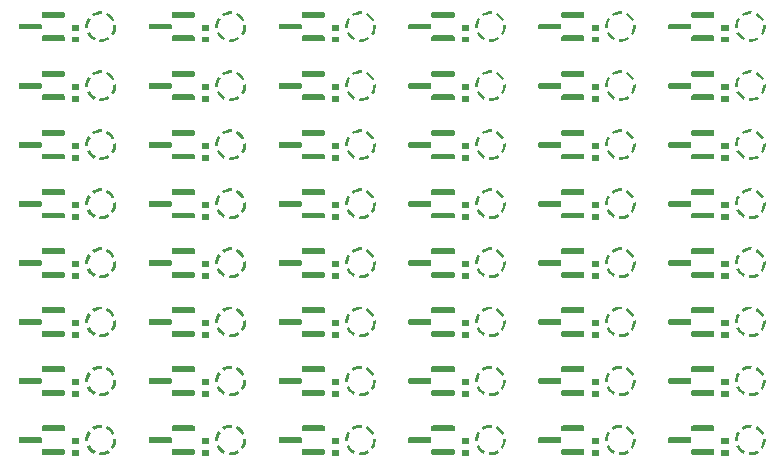
<source format=gtp>
G75*
%FSLAX44Y44*%
%MOMM*%

G36*
X-275500Y186500D2*
X-275793Y187207D1*
X-276500Y187500D1*
X-294000Y187500D1*
X-294707Y187207D1*
X-295000Y186500D1*
X-295000Y183500D1*
X-294707Y182793D1*
X-294000Y182500D1*
X-276500Y182500D1*
X-275793Y182793D1*
X-275500Y183500D1*
X-275500Y186500D1*
G37*

G36*
X-295000Y176500D2*
X-295293Y177207D1*
X-296000Y177500D1*
X-313500Y177500D1*
X-314207Y177207D1*
X-314500Y176500D1*
X-314500Y173500D1*
X-314207Y172793D1*
X-313500Y172500D1*
X-296000Y172500D1*
X-295293Y172793D1*
X-295000Y173500D1*
X-295000Y176500D1*
G37*

G36*
X-275500Y166500D2*
X-275793Y167207D1*
X-276500Y167500D1*
X-294000Y167500D1*
X-294707Y167207D1*
X-295000Y166500D1*
X-295000Y163500D1*
X-294707Y162793D1*
X-294000Y162500D1*
X-276500Y162500D1*
X-275793Y162793D1*
X-275500Y163500D1*
X-275500Y166500D1*
G37*

G36*
X-263500Y171500D2*
X-269500Y171500D1*
X-269500Y176500D1*
X-263500Y176500D1*
X-263500Y171500D1*
G37*

G36*
X-263500Y161500D2*
X-269500Y161500D1*
X-269500Y166500D1*
X-263500Y166500D1*
X-263500Y161500D1*
G37*

G36*
X-235484Y179437D2*
X-233218Y180494D1*
X-234356Y182463D1*
X-235808Y184192D1*
X-237537Y185644D1*
X-239506Y186782D1*
X-240563Y184516D1*
X-238972Y183597D1*
X-237575Y182425D1*
X-236403Y181028D1*
X-235484Y179437D1*
G37*

G36*
X-244085Y185460D2*
X-243867Y187951D1*
X-246142Y187950D1*
X-248365Y187557D1*
X-250486Y186786D1*
X-252456Y185649D1*
X-251023Y183601D1*
X-249431Y184519D1*
X-247718Y185142D1*
X-245922Y185459D1*
X-244085Y185460D1*
G37*

G36*
X-253601Y181023D2*
X-255649Y182456D1*
X-256786Y180486D1*
X-257557Y178365D1*
X-257950Y176142D1*
X-257951Y173867D1*
X-255460Y174085D1*
X-255459Y175922D1*
X-255142Y177718D1*
X-254519Y179431D1*
X-253601Y181023D1*
G37*

G36*
X-254516Y170563D2*
X-256782Y169506D1*
X-255644Y167537D1*
X-254192Y165808D1*
X-252463Y164356D1*
X-250494Y163218D1*
X-249437Y165484D1*
X-251028Y166403D1*
X-252425Y167575D1*
X-253597Y168972D1*
X-254516Y170563D1*
G37*

G36*
X-245915Y164540D2*
X-246133Y162049D1*
X-243858Y162050D1*
X-241635Y162443D1*
X-239514Y163214D1*
X-237544Y164351D1*
X-238977Y166399D1*
X-240569Y165481D1*
X-242282Y164858D1*
X-244078Y164541D1*
X-245915Y164540D1*
G37*

G36*
X-236399Y168977D2*
X-234351Y167544D1*
X-233214Y169514D1*
X-232443Y171635D1*
X-232050Y173858D1*
X-232049Y176133D1*
X-234540Y175915D1*
X-234541Y174078D1*
X-234858Y172282D1*
X-235481Y170569D1*
X-236399Y168977D1*
G37*

G36*
X-165500Y186500D2*
X-165793Y187207D1*
X-166500Y187500D1*
X-184000Y187500D1*
X-184707Y187207D1*
X-185000Y186500D1*
X-185000Y183500D1*
X-184707Y182793D1*
X-184000Y182500D1*
X-166500Y182500D1*
X-165793Y182793D1*
X-165500Y183500D1*
X-165500Y186500D1*
G37*

G36*
X-185000Y176500D2*
X-185293Y177207D1*
X-186000Y177500D1*
X-203500Y177500D1*
X-204207Y177207D1*
X-204500Y176500D1*
X-204500Y173500D1*
X-204207Y172793D1*
X-203500Y172500D1*
X-186000Y172500D1*
X-185293Y172793D1*
X-185000Y173500D1*
X-185000Y176500D1*
G37*

G36*
X-165500Y166500D2*
X-165793Y167207D1*
X-166500Y167500D1*
X-184000Y167500D1*
X-184707Y167207D1*
X-185000Y166500D1*
X-185000Y163500D1*
X-184707Y162793D1*
X-184000Y162500D1*
X-166500Y162500D1*
X-165793Y162793D1*
X-165500Y163500D1*
X-165500Y166500D1*
G37*

G36*
X-153500Y171500D2*
X-159500Y171500D1*
X-159500Y176500D1*
X-153500Y176500D1*
X-153500Y171500D1*
G37*

G36*
X-153500Y161500D2*
X-159500Y161500D1*
X-159500Y166500D1*
X-153500Y166500D1*
X-153500Y161500D1*
G37*

G36*
X-125484Y179437D2*
X-123218Y180494D1*
X-124356Y182463D1*
X-125808Y184192D1*
X-127537Y185644D1*
X-129506Y186782D1*
X-130563Y184516D1*
X-128972Y183597D1*
X-127575Y182425D1*
X-126403Y181028D1*
X-125484Y179437D1*
G37*

G36*
X-134085Y185460D2*
X-133867Y187951D1*
X-136142Y187950D1*
X-138365Y187557D1*
X-140486Y186786D1*
X-142456Y185649D1*
X-141023Y183601D1*
X-139431Y184519D1*
X-137718Y185142D1*
X-135922Y185459D1*
X-134085Y185460D1*
G37*

G36*
X-143601Y181023D2*
X-145649Y182456D1*
X-146786Y180486D1*
X-147557Y178365D1*
X-147950Y176142D1*
X-147951Y173867D1*
X-145460Y174085D1*
X-145459Y175922D1*
X-145142Y177718D1*
X-144519Y179431D1*
X-143601Y181023D1*
G37*

G36*
X-144516Y170563D2*
X-146782Y169506D1*
X-145644Y167537D1*
X-144192Y165808D1*
X-142463Y164356D1*
X-140494Y163218D1*
X-139437Y165484D1*
X-141028Y166403D1*
X-142425Y167575D1*
X-143597Y168972D1*
X-144516Y170563D1*
G37*

G36*
X-135915Y164540D2*
X-136133Y162049D1*
X-133858Y162050D1*
X-131635Y162443D1*
X-129514Y163214D1*
X-127544Y164351D1*
X-128977Y166399D1*
X-130569Y165481D1*
X-132282Y164858D1*
X-134078Y164541D1*
X-135915Y164540D1*
G37*

G36*
X-126399Y168977D2*
X-124351Y167544D1*
X-123214Y169514D1*
X-122443Y171635D1*
X-122050Y173858D1*
X-122049Y176133D1*
X-124540Y175915D1*
X-124541Y174078D1*
X-124858Y172282D1*
X-125481Y170569D1*
X-126399Y168977D1*
G37*

G36*
X-55500Y186500D2*
X-55793Y187207D1*
X-56500Y187500D1*
X-74000Y187500D1*
X-74707Y187207D1*
X-75000Y186500D1*
X-75000Y183500D1*
X-74707Y182793D1*
X-74000Y182500D1*
X-56500Y182500D1*
X-55793Y182793D1*
X-55500Y183500D1*
X-55500Y186500D1*
G37*

G36*
X-75000Y176500D2*
X-75293Y177207D1*
X-76000Y177500D1*
X-93500Y177500D1*
X-94207Y177207D1*
X-94500Y176500D1*
X-94500Y173500D1*
X-94207Y172793D1*
X-93500Y172500D1*
X-76000Y172500D1*
X-75293Y172793D1*
X-75000Y173500D1*
X-75000Y176500D1*
G37*

G36*
X-55500Y166500D2*
X-55793Y167207D1*
X-56500Y167500D1*
X-74000Y167500D1*
X-74707Y167207D1*
X-75000Y166500D1*
X-75000Y163500D1*
X-74707Y162793D1*
X-74000Y162500D1*
X-56500Y162500D1*
X-55793Y162793D1*
X-55500Y163500D1*
X-55500Y166500D1*
G37*

G36*
X-43500Y171500D2*
X-49500Y171500D1*
X-49500Y176500D1*
X-43500Y176500D1*
X-43500Y171500D1*
G37*

G36*
X-43500Y161500D2*
X-49500Y161500D1*
X-49500Y166500D1*
X-43500Y166500D1*
X-43500Y161500D1*
G37*

G36*
X-15484Y179437D2*
X-13218Y180494D1*
X-14356Y182463D1*
X-15808Y184192D1*
X-17537Y185644D1*
X-19506Y186782D1*
X-20563Y184516D1*
X-18972Y183597D1*
X-17575Y182425D1*
X-16403Y181028D1*
X-15484Y179437D1*
G37*

G36*
X-24085Y185460D2*
X-23867Y187951D1*
X-26142Y187950D1*
X-28365Y187557D1*
X-30486Y186786D1*
X-32456Y185649D1*
X-31023Y183601D1*
X-29431Y184519D1*
X-27718Y185142D1*
X-25922Y185459D1*
X-24085Y185460D1*
G37*

G36*
X-33601Y181023D2*
X-35649Y182456D1*
X-36786Y180486D1*
X-37557Y178365D1*
X-37950Y176142D1*
X-37951Y173867D1*
X-35460Y174085D1*
X-35459Y175922D1*
X-35142Y177718D1*
X-34519Y179431D1*
X-33601Y181023D1*
G37*

G36*
X-34516Y170563D2*
X-36782Y169506D1*
X-35644Y167537D1*
X-34192Y165808D1*
X-32463Y164356D1*
X-30494Y163218D1*
X-29437Y165484D1*
X-31028Y166403D1*
X-32425Y167575D1*
X-33597Y168972D1*
X-34516Y170563D1*
G37*

G36*
X-25915Y164540D2*
X-26133Y162049D1*
X-23858Y162050D1*
X-21635Y162443D1*
X-19514Y163214D1*
X-17544Y164351D1*
X-18977Y166399D1*
X-20569Y165481D1*
X-22282Y164858D1*
X-24078Y164541D1*
X-25915Y164540D1*
G37*

G36*
X-16399Y168977D2*
X-14351Y167544D1*
X-13214Y169514D1*
X-12443Y171635D1*
X-12050Y173858D1*
X-12049Y176133D1*
X-14540Y175915D1*
X-14541Y174078D1*
X-14858Y172282D1*
X-15481Y170569D1*
X-16399Y168977D1*
G37*

G36*
X54500Y186500D2*
X54207Y187207D1*
X53500Y187500D1*
X36000Y187500D1*
X35293Y187207D1*
X35000Y186500D1*
X35000Y183500D1*
X35293Y182793D1*
X36000Y182500D1*
X53500Y182500D1*
X54207Y182793D1*
X54500Y183500D1*
X54500Y186500D1*
G37*

G36*
X35000Y176500D2*
X34707Y177207D1*
X34000Y177500D1*
X16500Y177500D1*
X15793Y177207D1*
X15500Y176500D1*
X15500Y173500D1*
X15793Y172793D1*
X16500Y172500D1*
X34000Y172500D1*
X34707Y172793D1*
X35000Y173500D1*
X35000Y176500D1*
G37*

G36*
X54500Y166500D2*
X54207Y167207D1*
X53500Y167500D1*
X36000Y167500D1*
X35293Y167207D1*
X35000Y166500D1*
X35000Y163500D1*
X35293Y162793D1*
X36000Y162500D1*
X53500Y162500D1*
X54207Y162793D1*
X54500Y163500D1*
X54500Y166500D1*
G37*

G36*
X66500Y171500D2*
X60500Y171500D1*
X60500Y176500D1*
X66500Y176500D1*
X66500Y171500D1*
G37*

G36*
X66500Y161500D2*
X60500Y161500D1*
X60500Y166500D1*
X66500Y166500D1*
X66500Y161500D1*
G37*

G36*
X94516Y179437D2*
X96782Y180494D1*
X95644Y182463D1*
X94192Y184192D1*
X92463Y185644D1*
X90494Y186782D1*
X89437Y184516D1*
X91028Y183597D1*
X92425Y182425D1*
X93597Y181028D1*
X94516Y179437D1*
G37*

G36*
X85915Y185460D2*
X86133Y187951D1*
X83858Y187950D1*
X81635Y187557D1*
X79514Y186786D1*
X77544Y185649D1*
X78977Y183601D1*
X80569Y184519D1*
X82282Y185142D1*
X84078Y185459D1*
X85915Y185460D1*
G37*

G36*
X76399Y181023D2*
X74351Y182456D1*
X73214Y180486D1*
X72443Y178365D1*
X72050Y176142D1*
X72049Y173867D1*
X74540Y174085D1*
X74541Y175922D1*
X74858Y177718D1*
X75481Y179431D1*
X76399Y181023D1*
G37*

G36*
X75484Y170563D2*
X73218Y169506D1*
X74356Y167537D1*
X75808Y165808D1*
X77537Y164356D1*
X79506Y163218D1*
X80563Y165484D1*
X78972Y166403D1*
X77575Y167575D1*
X76403Y168972D1*
X75484Y170563D1*
G37*

G36*
X84085Y164540D2*
X83867Y162049D1*
X86142Y162050D1*
X88365Y162443D1*
X90486Y163214D1*
X92456Y164351D1*
X91023Y166399D1*
X89431Y165481D1*
X87718Y164858D1*
X85922Y164541D1*
X84085Y164540D1*
G37*

G36*
X93601Y168977D2*
X95649Y167544D1*
X96786Y169514D1*
X97557Y171635D1*
X97950Y173858D1*
X97951Y176133D1*
X95460Y175915D1*
X95459Y174078D1*
X95142Y172282D1*
X94519Y170569D1*
X93601Y168977D1*
G37*

G36*
X164500Y186500D2*
X164207Y187207D1*
X163500Y187500D1*
X146000Y187500D1*
X145293Y187207D1*
X145000Y186500D1*
X145000Y183500D1*
X145293Y182793D1*
X146000Y182500D1*
X163500Y182500D1*
X164207Y182793D1*
X164500Y183500D1*
X164500Y186500D1*
G37*

G36*
X145000Y176500D2*
X144707Y177207D1*
X144000Y177500D1*
X126500Y177500D1*
X125793Y177207D1*
X125500Y176500D1*
X125500Y173500D1*
X125793Y172793D1*
X126500Y172500D1*
X144000Y172500D1*
X144707Y172793D1*
X145000Y173500D1*
X145000Y176500D1*
G37*

G36*
X164500Y166500D2*
X164207Y167207D1*
X163500Y167500D1*
X146000Y167500D1*
X145293Y167207D1*
X145000Y166500D1*
X145000Y163500D1*
X145293Y162793D1*
X146000Y162500D1*
X163500Y162500D1*
X164207Y162793D1*
X164500Y163500D1*
X164500Y166500D1*
G37*

G36*
X176500Y171500D2*
X170500Y171500D1*
X170500Y176500D1*
X176500Y176500D1*
X176500Y171500D1*
G37*

G36*
X176500Y161500D2*
X170500Y161500D1*
X170500Y166500D1*
X176500Y166500D1*
X176500Y161500D1*
G37*

G36*
X204516Y179437D2*
X206782Y180494D1*
X205644Y182463D1*
X204192Y184192D1*
X202463Y185644D1*
X200494Y186782D1*
X199437Y184516D1*
X201028Y183597D1*
X202425Y182425D1*
X203597Y181028D1*
X204516Y179437D1*
G37*

G36*
X195915Y185460D2*
X196133Y187951D1*
X193858Y187950D1*
X191635Y187557D1*
X189514Y186786D1*
X187544Y185649D1*
X188977Y183601D1*
X190569Y184519D1*
X192282Y185142D1*
X194078Y185459D1*
X195915Y185460D1*
G37*

G36*
X186399Y181023D2*
X184351Y182456D1*
X183214Y180486D1*
X182443Y178365D1*
X182050Y176142D1*
X182049Y173867D1*
X184540Y174085D1*
X184541Y175922D1*
X184858Y177718D1*
X185481Y179431D1*
X186399Y181023D1*
G37*

G36*
X185484Y170563D2*
X183218Y169506D1*
X184356Y167537D1*
X185808Y165808D1*
X187537Y164356D1*
X189506Y163218D1*
X190563Y165484D1*
X188972Y166403D1*
X187575Y167575D1*
X186403Y168972D1*
X185484Y170563D1*
G37*

G36*
X194085Y164540D2*
X193867Y162049D1*
X196142Y162050D1*
X198365Y162443D1*
X200486Y163214D1*
X202456Y164351D1*
X201023Y166399D1*
X199431Y165481D1*
X197718Y164858D1*
X195922Y164541D1*
X194085Y164540D1*
G37*

G36*
X203601Y168977D2*
X205649Y167544D1*
X206786Y169514D1*
X207557Y171635D1*
X207950Y173858D1*
X207951Y176133D1*
X205460Y175915D1*
X205459Y174078D1*
X205142Y172282D1*
X204519Y170569D1*
X203601Y168977D1*
G37*

G36*
X274500Y186500D2*
X274207Y187207D1*
X273500Y187500D1*
X256000Y187500D1*
X255293Y187207D1*
X255000Y186500D1*
X255000Y183500D1*
X255293Y182793D1*
X256000Y182500D1*
X273500Y182500D1*
X274207Y182793D1*
X274500Y183500D1*
X274500Y186500D1*
G37*

G36*
X255000Y176500D2*
X254707Y177207D1*
X254000Y177500D1*
X236500Y177500D1*
X235793Y177207D1*
X235500Y176500D1*
X235500Y173500D1*
X235793Y172793D1*
X236500Y172500D1*
X254000Y172500D1*
X254707Y172793D1*
X255000Y173500D1*
X255000Y176500D1*
G37*

G36*
X274500Y166500D2*
X274207Y167207D1*
X273500Y167500D1*
X256000Y167500D1*
X255293Y167207D1*
X255000Y166500D1*
X255000Y163500D1*
X255293Y162793D1*
X256000Y162500D1*
X273500Y162500D1*
X274207Y162793D1*
X274500Y163500D1*
X274500Y166500D1*
G37*

G36*
X286500Y171500D2*
X280500Y171500D1*
X280500Y176500D1*
X286500Y176500D1*
X286500Y171500D1*
G37*

G36*
X286500Y161500D2*
X280500Y161500D1*
X280500Y166500D1*
X286500Y166500D1*
X286500Y161500D1*
G37*

G36*
X314516Y179437D2*
X316782Y180494D1*
X315644Y182463D1*
X314192Y184192D1*
X312463Y185644D1*
X310494Y186782D1*
X309437Y184516D1*
X311028Y183597D1*
X312425Y182425D1*
X313597Y181028D1*
X314516Y179437D1*
G37*

G36*
X305915Y185460D2*
X306133Y187951D1*
X303858Y187950D1*
X301635Y187557D1*
X299514Y186786D1*
X297544Y185649D1*
X298977Y183601D1*
X300569Y184519D1*
X302282Y185142D1*
X304078Y185459D1*
X305915Y185460D1*
G37*

G36*
X296399Y181023D2*
X294351Y182456D1*
X293214Y180486D1*
X292443Y178365D1*
X292050Y176142D1*
X292049Y173867D1*
X294540Y174085D1*
X294541Y175922D1*
X294858Y177718D1*
X295481Y179431D1*
X296399Y181023D1*
G37*

G36*
X295484Y170563D2*
X293218Y169506D1*
X294356Y167537D1*
X295808Y165808D1*
X297537Y164356D1*
X299506Y163218D1*
X300563Y165484D1*
X298972Y166403D1*
X297575Y167575D1*
X296403Y168972D1*
X295484Y170563D1*
G37*

G36*
X304085Y164540D2*
X303867Y162049D1*
X306142Y162050D1*
X308365Y162443D1*
X310486Y163214D1*
X312456Y164351D1*
X311023Y166399D1*
X309431Y165481D1*
X307718Y164858D1*
X305922Y164541D1*
X304085Y164540D1*
G37*

G36*
X313601Y168977D2*
X315649Y167544D1*
X316786Y169514D1*
X317557Y171635D1*
X317950Y173858D1*
X317951Y176133D1*
X315460Y175915D1*
X315459Y174078D1*
X315142Y172282D1*
X314519Y170569D1*
X313601Y168977D1*
G37*

G36*
X-275500Y136500D2*
X-275793Y137207D1*
X-276500Y137500D1*
X-294000Y137500D1*
X-294707Y137207D1*
X-295000Y136500D1*
X-295000Y133500D1*
X-294707Y132793D1*
X-294000Y132500D1*
X-276500Y132500D1*
X-275793Y132793D1*
X-275500Y133500D1*
X-275500Y136500D1*
G37*

G36*
X-295000Y126500D2*
X-295293Y127207D1*
X-296000Y127500D1*
X-313500Y127500D1*
X-314207Y127207D1*
X-314500Y126500D1*
X-314500Y123500D1*
X-314207Y122793D1*
X-313500Y122500D1*
X-296000Y122500D1*
X-295293Y122793D1*
X-295000Y123500D1*
X-295000Y126500D1*
G37*

G36*
X-275500Y116500D2*
X-275793Y117207D1*
X-276500Y117500D1*
X-294000Y117500D1*
X-294707Y117207D1*
X-295000Y116500D1*
X-295000Y113500D1*
X-294707Y112793D1*
X-294000Y112500D1*
X-276500Y112500D1*
X-275793Y112793D1*
X-275500Y113500D1*
X-275500Y116500D1*
G37*

G36*
X-263500Y121500D2*
X-269500Y121500D1*
X-269500Y126500D1*
X-263500Y126500D1*
X-263500Y121500D1*
G37*

G36*
X-263500Y111500D2*
X-269500Y111500D1*
X-269500Y116500D1*
X-263500Y116500D1*
X-263500Y111500D1*
G37*

G36*
X-235484Y129437D2*
X-233218Y130494D1*
X-234356Y132463D1*
X-235808Y134192D1*
X-237537Y135644D1*
X-239506Y136782D1*
X-240563Y134516D1*
X-238972Y133597D1*
X-237575Y132425D1*
X-236403Y131028D1*
X-235484Y129437D1*
G37*

G36*
X-244085Y135460D2*
X-243867Y137951D1*
X-246142Y137950D1*
X-248365Y137557D1*
X-250486Y136786D1*
X-252456Y135649D1*
X-251023Y133601D1*
X-249431Y134519D1*
X-247718Y135142D1*
X-245922Y135459D1*
X-244085Y135460D1*
G37*

G36*
X-253601Y131023D2*
X-255649Y132456D1*
X-256786Y130486D1*
X-257557Y128365D1*
X-257950Y126142D1*
X-257951Y123867D1*
X-255460Y124085D1*
X-255459Y125922D1*
X-255142Y127718D1*
X-254519Y129431D1*
X-253601Y131023D1*
G37*

G36*
X-254516Y120563D2*
X-256782Y119506D1*
X-255644Y117537D1*
X-254192Y115808D1*
X-252463Y114356D1*
X-250494Y113218D1*
X-249437Y115484D1*
X-251028Y116403D1*
X-252425Y117575D1*
X-253597Y118972D1*
X-254516Y120563D1*
G37*

G36*
X-245915Y114540D2*
X-246133Y112049D1*
X-243858Y112050D1*
X-241635Y112443D1*
X-239514Y113214D1*
X-237544Y114351D1*
X-238977Y116399D1*
X-240569Y115481D1*
X-242282Y114858D1*
X-244078Y114541D1*
X-245915Y114540D1*
G37*

G36*
X-236399Y118977D2*
X-234351Y117544D1*
X-233214Y119514D1*
X-232443Y121635D1*
X-232050Y123858D1*
X-232049Y126133D1*
X-234540Y125915D1*
X-234541Y124078D1*
X-234858Y122282D1*
X-235481Y120569D1*
X-236399Y118977D1*
G37*

G36*
X-165500Y136500D2*
X-165793Y137207D1*
X-166500Y137500D1*
X-184000Y137500D1*
X-184707Y137207D1*
X-185000Y136500D1*
X-185000Y133500D1*
X-184707Y132793D1*
X-184000Y132500D1*
X-166500Y132500D1*
X-165793Y132793D1*
X-165500Y133500D1*
X-165500Y136500D1*
G37*

G36*
X-185000Y126500D2*
X-185293Y127207D1*
X-186000Y127500D1*
X-203500Y127500D1*
X-204207Y127207D1*
X-204500Y126500D1*
X-204500Y123500D1*
X-204207Y122793D1*
X-203500Y122500D1*
X-186000Y122500D1*
X-185293Y122793D1*
X-185000Y123500D1*
X-185000Y126500D1*
G37*

G36*
X-165500Y116500D2*
X-165793Y117207D1*
X-166500Y117500D1*
X-184000Y117500D1*
X-184707Y117207D1*
X-185000Y116500D1*
X-185000Y113500D1*
X-184707Y112793D1*
X-184000Y112500D1*
X-166500Y112500D1*
X-165793Y112793D1*
X-165500Y113500D1*
X-165500Y116500D1*
G37*

G36*
X-153500Y121500D2*
X-159500Y121500D1*
X-159500Y126500D1*
X-153500Y126500D1*
X-153500Y121500D1*
G37*

G36*
X-153500Y111500D2*
X-159500Y111500D1*
X-159500Y116500D1*
X-153500Y116500D1*
X-153500Y111500D1*
G37*

G36*
X-125484Y129437D2*
X-123218Y130494D1*
X-124356Y132463D1*
X-125808Y134192D1*
X-127537Y135644D1*
X-129506Y136782D1*
X-130563Y134516D1*
X-128972Y133597D1*
X-127575Y132425D1*
X-126403Y131028D1*
X-125484Y129437D1*
G37*

G36*
X-134085Y135460D2*
X-133867Y137951D1*
X-136142Y137950D1*
X-138365Y137557D1*
X-140486Y136786D1*
X-142456Y135649D1*
X-141023Y133601D1*
X-139431Y134519D1*
X-137718Y135142D1*
X-135922Y135459D1*
X-134085Y135460D1*
G37*

G36*
X-143601Y131023D2*
X-145649Y132456D1*
X-146786Y130486D1*
X-147557Y128365D1*
X-147950Y126142D1*
X-147951Y123867D1*
X-145460Y124085D1*
X-145459Y125922D1*
X-145142Y127718D1*
X-144519Y129431D1*
X-143601Y131023D1*
G37*

G36*
X-144516Y120563D2*
X-146782Y119506D1*
X-145644Y117537D1*
X-144192Y115808D1*
X-142463Y114356D1*
X-140494Y113218D1*
X-139437Y115484D1*
X-141028Y116403D1*
X-142425Y117575D1*
X-143597Y118972D1*
X-144516Y120563D1*
G37*

G36*
X-135915Y114540D2*
X-136133Y112049D1*
X-133858Y112050D1*
X-131635Y112443D1*
X-129514Y113214D1*
X-127544Y114351D1*
X-128977Y116399D1*
X-130569Y115481D1*
X-132282Y114858D1*
X-134078Y114541D1*
X-135915Y114540D1*
G37*

G36*
X-126399Y118977D2*
X-124351Y117544D1*
X-123214Y119514D1*
X-122443Y121635D1*
X-122050Y123858D1*
X-122049Y126133D1*
X-124540Y125915D1*
X-124541Y124078D1*
X-124858Y122282D1*
X-125481Y120569D1*
X-126399Y118977D1*
G37*

G36*
X-55500Y136500D2*
X-55793Y137207D1*
X-56500Y137500D1*
X-74000Y137500D1*
X-74707Y137207D1*
X-75000Y136500D1*
X-75000Y133500D1*
X-74707Y132793D1*
X-74000Y132500D1*
X-56500Y132500D1*
X-55793Y132793D1*
X-55500Y133500D1*
X-55500Y136500D1*
G37*

G36*
X-75000Y126500D2*
X-75293Y127207D1*
X-76000Y127500D1*
X-93500Y127500D1*
X-94207Y127207D1*
X-94500Y126500D1*
X-94500Y123500D1*
X-94207Y122793D1*
X-93500Y122500D1*
X-76000Y122500D1*
X-75293Y122793D1*
X-75000Y123500D1*
X-75000Y126500D1*
G37*

G36*
X-55500Y116500D2*
X-55793Y117207D1*
X-56500Y117500D1*
X-74000Y117500D1*
X-74707Y117207D1*
X-75000Y116500D1*
X-75000Y113500D1*
X-74707Y112793D1*
X-74000Y112500D1*
X-56500Y112500D1*
X-55793Y112793D1*
X-55500Y113500D1*
X-55500Y116500D1*
G37*

G36*
X-43500Y121500D2*
X-49500Y121500D1*
X-49500Y126500D1*
X-43500Y126500D1*
X-43500Y121500D1*
G37*

G36*
X-43500Y111500D2*
X-49500Y111500D1*
X-49500Y116500D1*
X-43500Y116500D1*
X-43500Y111500D1*
G37*

G36*
X-15484Y129437D2*
X-13218Y130494D1*
X-14356Y132463D1*
X-15808Y134192D1*
X-17537Y135644D1*
X-19506Y136782D1*
X-20563Y134516D1*
X-18972Y133597D1*
X-17575Y132425D1*
X-16403Y131028D1*
X-15484Y129437D1*
G37*

G36*
X-24085Y135460D2*
X-23867Y137951D1*
X-26142Y137950D1*
X-28365Y137557D1*
X-30486Y136786D1*
X-32456Y135649D1*
X-31023Y133601D1*
X-29431Y134519D1*
X-27718Y135142D1*
X-25922Y135459D1*
X-24085Y135460D1*
G37*

G36*
X-33601Y131023D2*
X-35649Y132456D1*
X-36786Y130486D1*
X-37557Y128365D1*
X-37950Y126142D1*
X-37951Y123867D1*
X-35460Y124085D1*
X-35459Y125922D1*
X-35142Y127718D1*
X-34519Y129431D1*
X-33601Y131023D1*
G37*

G36*
X-34516Y120563D2*
X-36782Y119506D1*
X-35644Y117537D1*
X-34192Y115808D1*
X-32463Y114356D1*
X-30494Y113218D1*
X-29437Y115484D1*
X-31028Y116403D1*
X-32425Y117575D1*
X-33597Y118972D1*
X-34516Y120563D1*
G37*

G36*
X-25915Y114540D2*
X-26133Y112049D1*
X-23858Y112050D1*
X-21635Y112443D1*
X-19514Y113214D1*
X-17544Y114351D1*
X-18977Y116399D1*
X-20569Y115481D1*
X-22282Y114858D1*
X-24078Y114541D1*
X-25915Y114540D1*
G37*

G36*
X-16399Y118977D2*
X-14351Y117544D1*
X-13214Y119514D1*
X-12443Y121635D1*
X-12050Y123858D1*
X-12049Y126133D1*
X-14540Y125915D1*
X-14541Y124078D1*
X-14858Y122282D1*
X-15481Y120569D1*
X-16399Y118977D1*
G37*

G36*
X54500Y136500D2*
X54207Y137207D1*
X53500Y137500D1*
X36000Y137500D1*
X35293Y137207D1*
X35000Y136500D1*
X35000Y133500D1*
X35293Y132793D1*
X36000Y132500D1*
X53500Y132500D1*
X54207Y132793D1*
X54500Y133500D1*
X54500Y136500D1*
G37*

G36*
X35000Y126500D2*
X34707Y127207D1*
X34000Y127500D1*
X16500Y127500D1*
X15793Y127207D1*
X15500Y126500D1*
X15500Y123500D1*
X15793Y122793D1*
X16500Y122500D1*
X34000Y122500D1*
X34707Y122793D1*
X35000Y123500D1*
X35000Y126500D1*
G37*

G36*
X54500Y116500D2*
X54207Y117207D1*
X53500Y117500D1*
X36000Y117500D1*
X35293Y117207D1*
X35000Y116500D1*
X35000Y113500D1*
X35293Y112793D1*
X36000Y112500D1*
X53500Y112500D1*
X54207Y112793D1*
X54500Y113500D1*
X54500Y116500D1*
G37*

G36*
X66500Y121500D2*
X60500Y121500D1*
X60500Y126500D1*
X66500Y126500D1*
X66500Y121500D1*
G37*

G36*
X66500Y111500D2*
X60500Y111500D1*
X60500Y116500D1*
X66500Y116500D1*
X66500Y111500D1*
G37*

G36*
X94516Y129437D2*
X96782Y130494D1*
X95644Y132463D1*
X94192Y134192D1*
X92463Y135644D1*
X90494Y136782D1*
X89437Y134516D1*
X91028Y133597D1*
X92425Y132425D1*
X93597Y131028D1*
X94516Y129437D1*
G37*

G36*
X85915Y135460D2*
X86133Y137951D1*
X83858Y137950D1*
X81635Y137557D1*
X79514Y136786D1*
X77544Y135649D1*
X78977Y133601D1*
X80569Y134519D1*
X82282Y135142D1*
X84078Y135459D1*
X85915Y135460D1*
G37*

G36*
X76399Y131023D2*
X74351Y132456D1*
X73214Y130486D1*
X72443Y128365D1*
X72050Y126142D1*
X72049Y123867D1*
X74540Y124085D1*
X74541Y125922D1*
X74858Y127718D1*
X75481Y129431D1*
X76399Y131023D1*
G37*

G36*
X75484Y120563D2*
X73218Y119506D1*
X74356Y117537D1*
X75808Y115808D1*
X77537Y114356D1*
X79506Y113218D1*
X80563Y115484D1*
X78972Y116403D1*
X77575Y117575D1*
X76403Y118972D1*
X75484Y120563D1*
G37*

G36*
X84085Y114540D2*
X83867Y112049D1*
X86142Y112050D1*
X88365Y112443D1*
X90486Y113214D1*
X92456Y114351D1*
X91023Y116399D1*
X89431Y115481D1*
X87718Y114858D1*
X85922Y114541D1*
X84085Y114540D1*
G37*

G36*
X93601Y118977D2*
X95649Y117544D1*
X96786Y119514D1*
X97557Y121635D1*
X97950Y123858D1*
X97951Y126133D1*
X95460Y125915D1*
X95459Y124078D1*
X95142Y122282D1*
X94519Y120569D1*
X93601Y118977D1*
G37*

G36*
X164500Y136500D2*
X164207Y137207D1*
X163500Y137500D1*
X146000Y137500D1*
X145293Y137207D1*
X145000Y136500D1*
X145000Y133500D1*
X145293Y132793D1*
X146000Y132500D1*
X163500Y132500D1*
X164207Y132793D1*
X164500Y133500D1*
X164500Y136500D1*
G37*

G36*
X145000Y126500D2*
X144707Y127207D1*
X144000Y127500D1*
X126500Y127500D1*
X125793Y127207D1*
X125500Y126500D1*
X125500Y123500D1*
X125793Y122793D1*
X126500Y122500D1*
X144000Y122500D1*
X144707Y122793D1*
X145000Y123500D1*
X145000Y126500D1*
G37*

G36*
X164500Y116500D2*
X164207Y117207D1*
X163500Y117500D1*
X146000Y117500D1*
X145293Y117207D1*
X145000Y116500D1*
X145000Y113500D1*
X145293Y112793D1*
X146000Y112500D1*
X163500Y112500D1*
X164207Y112793D1*
X164500Y113500D1*
X164500Y116500D1*
G37*

G36*
X176500Y121500D2*
X170500Y121500D1*
X170500Y126500D1*
X176500Y126500D1*
X176500Y121500D1*
G37*

G36*
X176500Y111500D2*
X170500Y111500D1*
X170500Y116500D1*
X176500Y116500D1*
X176500Y111500D1*
G37*

G36*
X204516Y129437D2*
X206782Y130494D1*
X205644Y132463D1*
X204192Y134192D1*
X202463Y135644D1*
X200494Y136782D1*
X199437Y134516D1*
X201028Y133597D1*
X202425Y132425D1*
X203597Y131028D1*
X204516Y129437D1*
G37*

G36*
X195915Y135460D2*
X196133Y137951D1*
X193858Y137950D1*
X191635Y137557D1*
X189514Y136786D1*
X187544Y135649D1*
X188977Y133601D1*
X190569Y134519D1*
X192282Y135142D1*
X194078Y135459D1*
X195915Y135460D1*
G37*

G36*
X186399Y131023D2*
X184351Y132456D1*
X183214Y130486D1*
X182443Y128365D1*
X182050Y126142D1*
X182049Y123867D1*
X184540Y124085D1*
X184541Y125922D1*
X184858Y127718D1*
X185481Y129431D1*
X186399Y131023D1*
G37*

G36*
X185484Y120563D2*
X183218Y119506D1*
X184356Y117537D1*
X185808Y115808D1*
X187537Y114356D1*
X189506Y113218D1*
X190563Y115484D1*
X188972Y116403D1*
X187575Y117575D1*
X186403Y118972D1*
X185484Y120563D1*
G37*

G36*
X194085Y114540D2*
X193867Y112049D1*
X196142Y112050D1*
X198365Y112443D1*
X200486Y113214D1*
X202456Y114351D1*
X201023Y116399D1*
X199431Y115481D1*
X197718Y114858D1*
X195922Y114541D1*
X194085Y114540D1*
G37*

G36*
X203601Y118977D2*
X205649Y117544D1*
X206786Y119514D1*
X207557Y121635D1*
X207950Y123858D1*
X207951Y126133D1*
X205460Y125915D1*
X205459Y124078D1*
X205142Y122282D1*
X204519Y120569D1*
X203601Y118977D1*
G37*

G36*
X274500Y136500D2*
X274207Y137207D1*
X273500Y137500D1*
X256000Y137500D1*
X255293Y137207D1*
X255000Y136500D1*
X255000Y133500D1*
X255293Y132793D1*
X256000Y132500D1*
X273500Y132500D1*
X274207Y132793D1*
X274500Y133500D1*
X274500Y136500D1*
G37*

G36*
X255000Y126500D2*
X254707Y127207D1*
X254000Y127500D1*
X236500Y127500D1*
X235793Y127207D1*
X235500Y126500D1*
X235500Y123500D1*
X235793Y122793D1*
X236500Y122500D1*
X254000Y122500D1*
X254707Y122793D1*
X255000Y123500D1*
X255000Y126500D1*
G37*

G36*
X274500Y116500D2*
X274207Y117207D1*
X273500Y117500D1*
X256000Y117500D1*
X255293Y117207D1*
X255000Y116500D1*
X255000Y113500D1*
X255293Y112793D1*
X256000Y112500D1*
X273500Y112500D1*
X274207Y112793D1*
X274500Y113500D1*
X274500Y116500D1*
G37*

G36*
X286500Y121500D2*
X280500Y121500D1*
X280500Y126500D1*
X286500Y126500D1*
X286500Y121500D1*
G37*

G36*
X286500Y111500D2*
X280500Y111500D1*
X280500Y116500D1*
X286500Y116500D1*
X286500Y111500D1*
G37*

G36*
X314516Y129437D2*
X316782Y130494D1*
X315644Y132463D1*
X314192Y134192D1*
X312463Y135644D1*
X310494Y136782D1*
X309437Y134516D1*
X311028Y133597D1*
X312425Y132425D1*
X313597Y131028D1*
X314516Y129437D1*
G37*

G36*
X305915Y135460D2*
X306133Y137951D1*
X303858Y137950D1*
X301635Y137557D1*
X299514Y136786D1*
X297544Y135649D1*
X298977Y133601D1*
X300569Y134519D1*
X302282Y135142D1*
X304078Y135459D1*
X305915Y135460D1*
G37*

G36*
X296399Y131023D2*
X294351Y132456D1*
X293214Y130486D1*
X292443Y128365D1*
X292050Y126142D1*
X292049Y123867D1*
X294540Y124085D1*
X294541Y125922D1*
X294858Y127718D1*
X295481Y129431D1*
X296399Y131023D1*
G37*

G36*
X295484Y120563D2*
X293218Y119506D1*
X294356Y117537D1*
X295808Y115808D1*
X297537Y114356D1*
X299506Y113218D1*
X300563Y115484D1*
X298972Y116403D1*
X297575Y117575D1*
X296403Y118972D1*
X295484Y120563D1*
G37*

G36*
X304085Y114540D2*
X303867Y112049D1*
X306142Y112050D1*
X308365Y112443D1*
X310486Y113214D1*
X312456Y114351D1*
X311023Y116399D1*
X309431Y115481D1*
X307718Y114858D1*
X305922Y114541D1*
X304085Y114540D1*
G37*

G36*
X313601Y118977D2*
X315649Y117544D1*
X316786Y119514D1*
X317557Y121635D1*
X317950Y123858D1*
X317951Y126133D1*
X315460Y125915D1*
X315459Y124078D1*
X315142Y122282D1*
X314519Y120569D1*
X313601Y118977D1*
G37*

G36*
X-275500Y86500D2*
X-275793Y87207D1*
X-276500Y87500D1*
X-294000Y87500D1*
X-294707Y87207D1*
X-295000Y86500D1*
X-295000Y83500D1*
X-294707Y82793D1*
X-294000Y82500D1*
X-276500Y82500D1*
X-275793Y82793D1*
X-275500Y83500D1*
X-275500Y86500D1*
G37*

G36*
X-295000Y76500D2*
X-295293Y77207D1*
X-296000Y77500D1*
X-313500Y77500D1*
X-314207Y77207D1*
X-314500Y76500D1*
X-314500Y73500D1*
X-314207Y72793D1*
X-313500Y72500D1*
X-296000Y72500D1*
X-295293Y72793D1*
X-295000Y73500D1*
X-295000Y76500D1*
G37*

G36*
X-275500Y66500D2*
X-275793Y67207D1*
X-276500Y67500D1*
X-294000Y67500D1*
X-294707Y67207D1*
X-295000Y66500D1*
X-295000Y63500D1*
X-294707Y62793D1*
X-294000Y62500D1*
X-276500Y62500D1*
X-275793Y62793D1*
X-275500Y63500D1*
X-275500Y66500D1*
G37*

G36*
X-263500Y71500D2*
X-269500Y71500D1*
X-269500Y76500D1*
X-263500Y76500D1*
X-263500Y71500D1*
G37*

G36*
X-263500Y61500D2*
X-269500Y61500D1*
X-269500Y66500D1*
X-263500Y66500D1*
X-263500Y61500D1*
G37*

G36*
X-235484Y79437D2*
X-233218Y80494D1*
X-234356Y82463D1*
X-235808Y84192D1*
X-237537Y85644D1*
X-239506Y86782D1*
X-240563Y84516D1*
X-238972Y83597D1*
X-237575Y82425D1*
X-236403Y81028D1*
X-235484Y79437D1*
G37*

G36*
X-244085Y85460D2*
X-243867Y87951D1*
X-246142Y87950D1*
X-248365Y87557D1*
X-250486Y86786D1*
X-252456Y85649D1*
X-251023Y83601D1*
X-249431Y84519D1*
X-247718Y85142D1*
X-245922Y85459D1*
X-244085Y85460D1*
G37*

G36*
X-253601Y81023D2*
X-255649Y82456D1*
X-256786Y80486D1*
X-257557Y78365D1*
X-257950Y76142D1*
X-257951Y73867D1*
X-255460Y74085D1*
X-255459Y75922D1*
X-255142Y77718D1*
X-254519Y79431D1*
X-253601Y81023D1*
G37*

G36*
X-254516Y70563D2*
X-256782Y69506D1*
X-255644Y67537D1*
X-254192Y65808D1*
X-252463Y64356D1*
X-250494Y63218D1*
X-249437Y65484D1*
X-251028Y66403D1*
X-252425Y67575D1*
X-253597Y68972D1*
X-254516Y70563D1*
G37*

G36*
X-245915Y64540D2*
X-246133Y62049D1*
X-243858Y62050D1*
X-241635Y62443D1*
X-239514Y63214D1*
X-237544Y64351D1*
X-238977Y66399D1*
X-240569Y65481D1*
X-242282Y64858D1*
X-244078Y64541D1*
X-245915Y64540D1*
G37*

G36*
X-236399Y68977D2*
X-234351Y67544D1*
X-233214Y69514D1*
X-232443Y71635D1*
X-232050Y73858D1*
X-232049Y76133D1*
X-234540Y75915D1*
X-234541Y74078D1*
X-234858Y72282D1*
X-235481Y70569D1*
X-236399Y68977D1*
G37*

G36*
X-165500Y86500D2*
X-165793Y87207D1*
X-166500Y87500D1*
X-184000Y87500D1*
X-184707Y87207D1*
X-185000Y86500D1*
X-185000Y83500D1*
X-184707Y82793D1*
X-184000Y82500D1*
X-166500Y82500D1*
X-165793Y82793D1*
X-165500Y83500D1*
X-165500Y86500D1*
G37*

G36*
X-185000Y76500D2*
X-185293Y77207D1*
X-186000Y77500D1*
X-203500Y77500D1*
X-204207Y77207D1*
X-204500Y76500D1*
X-204500Y73500D1*
X-204207Y72793D1*
X-203500Y72500D1*
X-186000Y72500D1*
X-185293Y72793D1*
X-185000Y73500D1*
X-185000Y76500D1*
G37*

G36*
X-165500Y66500D2*
X-165793Y67207D1*
X-166500Y67500D1*
X-184000Y67500D1*
X-184707Y67207D1*
X-185000Y66500D1*
X-185000Y63500D1*
X-184707Y62793D1*
X-184000Y62500D1*
X-166500Y62500D1*
X-165793Y62793D1*
X-165500Y63500D1*
X-165500Y66500D1*
G37*

G36*
X-153500Y71500D2*
X-159500Y71500D1*
X-159500Y76500D1*
X-153500Y76500D1*
X-153500Y71500D1*
G37*

G36*
X-153500Y61500D2*
X-159500Y61500D1*
X-159500Y66500D1*
X-153500Y66500D1*
X-153500Y61500D1*
G37*

G36*
X-125484Y79437D2*
X-123218Y80494D1*
X-124356Y82463D1*
X-125808Y84192D1*
X-127537Y85644D1*
X-129506Y86782D1*
X-130563Y84516D1*
X-128972Y83597D1*
X-127575Y82425D1*
X-126403Y81028D1*
X-125484Y79437D1*
G37*

G36*
X-134085Y85460D2*
X-133867Y87951D1*
X-136142Y87950D1*
X-138365Y87557D1*
X-140486Y86786D1*
X-142456Y85649D1*
X-141023Y83601D1*
X-139431Y84519D1*
X-137718Y85142D1*
X-135922Y85459D1*
X-134085Y85460D1*
G37*

G36*
X-143601Y81023D2*
X-145649Y82456D1*
X-146786Y80486D1*
X-147557Y78365D1*
X-147950Y76142D1*
X-147951Y73867D1*
X-145460Y74085D1*
X-145459Y75922D1*
X-145142Y77718D1*
X-144519Y79431D1*
X-143601Y81023D1*
G37*

G36*
X-144516Y70563D2*
X-146782Y69506D1*
X-145644Y67537D1*
X-144192Y65808D1*
X-142463Y64356D1*
X-140494Y63218D1*
X-139437Y65484D1*
X-141028Y66403D1*
X-142425Y67575D1*
X-143597Y68972D1*
X-144516Y70563D1*
G37*

G36*
X-135915Y64540D2*
X-136133Y62049D1*
X-133858Y62050D1*
X-131635Y62443D1*
X-129514Y63214D1*
X-127544Y64351D1*
X-128977Y66399D1*
X-130569Y65481D1*
X-132282Y64858D1*
X-134078Y64541D1*
X-135915Y64540D1*
G37*

G36*
X-126399Y68977D2*
X-124351Y67544D1*
X-123214Y69514D1*
X-122443Y71635D1*
X-122050Y73858D1*
X-122049Y76133D1*
X-124540Y75915D1*
X-124541Y74078D1*
X-124858Y72282D1*
X-125481Y70569D1*
X-126399Y68977D1*
G37*

G36*
X-55500Y86500D2*
X-55793Y87207D1*
X-56500Y87500D1*
X-74000Y87500D1*
X-74707Y87207D1*
X-75000Y86500D1*
X-75000Y83500D1*
X-74707Y82793D1*
X-74000Y82500D1*
X-56500Y82500D1*
X-55793Y82793D1*
X-55500Y83500D1*
X-55500Y86500D1*
G37*

G36*
X-75000Y76500D2*
X-75293Y77207D1*
X-76000Y77500D1*
X-93500Y77500D1*
X-94207Y77207D1*
X-94500Y76500D1*
X-94500Y73500D1*
X-94207Y72793D1*
X-93500Y72500D1*
X-76000Y72500D1*
X-75293Y72793D1*
X-75000Y73500D1*
X-75000Y76500D1*
G37*

G36*
X-55500Y66500D2*
X-55793Y67207D1*
X-56500Y67500D1*
X-74000Y67500D1*
X-74707Y67207D1*
X-75000Y66500D1*
X-75000Y63500D1*
X-74707Y62793D1*
X-74000Y62500D1*
X-56500Y62500D1*
X-55793Y62793D1*
X-55500Y63500D1*
X-55500Y66500D1*
G37*

G36*
X-43500Y71500D2*
X-49500Y71500D1*
X-49500Y76500D1*
X-43500Y76500D1*
X-43500Y71500D1*
G37*

G36*
X-43500Y61500D2*
X-49500Y61500D1*
X-49500Y66500D1*
X-43500Y66500D1*
X-43500Y61500D1*
G37*

G36*
X-15484Y79437D2*
X-13218Y80494D1*
X-14356Y82463D1*
X-15808Y84192D1*
X-17537Y85644D1*
X-19506Y86782D1*
X-20563Y84516D1*
X-18972Y83597D1*
X-17575Y82425D1*
X-16403Y81028D1*
X-15484Y79437D1*
G37*

G36*
X-24085Y85460D2*
X-23867Y87951D1*
X-26142Y87950D1*
X-28365Y87557D1*
X-30486Y86786D1*
X-32456Y85649D1*
X-31023Y83601D1*
X-29431Y84519D1*
X-27718Y85142D1*
X-25922Y85459D1*
X-24085Y85460D1*
G37*

G36*
X-33601Y81023D2*
X-35649Y82456D1*
X-36786Y80486D1*
X-37557Y78365D1*
X-37950Y76142D1*
X-37951Y73867D1*
X-35460Y74085D1*
X-35459Y75922D1*
X-35142Y77718D1*
X-34519Y79431D1*
X-33601Y81023D1*
G37*

G36*
X-34516Y70563D2*
X-36782Y69506D1*
X-35644Y67537D1*
X-34192Y65808D1*
X-32463Y64356D1*
X-30494Y63218D1*
X-29437Y65484D1*
X-31028Y66403D1*
X-32425Y67575D1*
X-33597Y68972D1*
X-34516Y70563D1*
G37*

G36*
X-25915Y64540D2*
X-26133Y62049D1*
X-23858Y62050D1*
X-21635Y62443D1*
X-19514Y63214D1*
X-17544Y64351D1*
X-18977Y66399D1*
X-20569Y65481D1*
X-22282Y64858D1*
X-24078Y64541D1*
X-25915Y64540D1*
G37*

G36*
X-16399Y68977D2*
X-14351Y67544D1*
X-13214Y69514D1*
X-12443Y71635D1*
X-12050Y73858D1*
X-12049Y76133D1*
X-14540Y75915D1*
X-14541Y74078D1*
X-14858Y72282D1*
X-15481Y70569D1*
X-16399Y68977D1*
G37*

G36*
X54500Y86500D2*
X54207Y87207D1*
X53500Y87500D1*
X36000Y87500D1*
X35293Y87207D1*
X35000Y86500D1*
X35000Y83500D1*
X35293Y82793D1*
X36000Y82500D1*
X53500Y82500D1*
X54207Y82793D1*
X54500Y83500D1*
X54500Y86500D1*
G37*

G36*
X35000Y76500D2*
X34707Y77207D1*
X34000Y77500D1*
X16500Y77500D1*
X15793Y77207D1*
X15500Y76500D1*
X15500Y73500D1*
X15793Y72793D1*
X16500Y72500D1*
X34000Y72500D1*
X34707Y72793D1*
X35000Y73500D1*
X35000Y76500D1*
G37*

G36*
X54500Y66500D2*
X54207Y67207D1*
X53500Y67500D1*
X36000Y67500D1*
X35293Y67207D1*
X35000Y66500D1*
X35000Y63500D1*
X35293Y62793D1*
X36000Y62500D1*
X53500Y62500D1*
X54207Y62793D1*
X54500Y63500D1*
X54500Y66500D1*
G37*

G36*
X66500Y71500D2*
X60500Y71500D1*
X60500Y76500D1*
X66500Y76500D1*
X66500Y71500D1*
G37*

G36*
X66500Y61500D2*
X60500Y61500D1*
X60500Y66500D1*
X66500Y66500D1*
X66500Y61500D1*
G37*

G36*
X94516Y79437D2*
X96782Y80494D1*
X95644Y82463D1*
X94192Y84192D1*
X92463Y85644D1*
X90494Y86782D1*
X89437Y84516D1*
X91028Y83597D1*
X92425Y82425D1*
X93597Y81028D1*
X94516Y79437D1*
G37*

G36*
X85915Y85460D2*
X86133Y87951D1*
X83858Y87950D1*
X81635Y87557D1*
X79514Y86786D1*
X77544Y85649D1*
X78977Y83601D1*
X80569Y84519D1*
X82282Y85142D1*
X84078Y85459D1*
X85915Y85460D1*
G37*

G36*
X76399Y81023D2*
X74351Y82456D1*
X73214Y80486D1*
X72443Y78365D1*
X72050Y76142D1*
X72049Y73867D1*
X74540Y74085D1*
X74541Y75922D1*
X74858Y77718D1*
X75481Y79431D1*
X76399Y81023D1*
G37*

G36*
X75484Y70563D2*
X73218Y69506D1*
X74356Y67537D1*
X75808Y65808D1*
X77537Y64356D1*
X79506Y63218D1*
X80563Y65484D1*
X78972Y66403D1*
X77575Y67575D1*
X76403Y68972D1*
X75484Y70563D1*
G37*

G36*
X84085Y64540D2*
X83867Y62049D1*
X86142Y62050D1*
X88365Y62443D1*
X90486Y63214D1*
X92456Y64351D1*
X91023Y66399D1*
X89431Y65481D1*
X87718Y64858D1*
X85922Y64541D1*
X84085Y64540D1*
G37*

G36*
X93601Y68977D2*
X95649Y67544D1*
X96786Y69514D1*
X97557Y71635D1*
X97950Y73858D1*
X97951Y76133D1*
X95460Y75915D1*
X95459Y74078D1*
X95142Y72282D1*
X94519Y70569D1*
X93601Y68977D1*
G37*

G36*
X164500Y86500D2*
X164207Y87207D1*
X163500Y87500D1*
X146000Y87500D1*
X145293Y87207D1*
X145000Y86500D1*
X145000Y83500D1*
X145293Y82793D1*
X146000Y82500D1*
X163500Y82500D1*
X164207Y82793D1*
X164500Y83500D1*
X164500Y86500D1*
G37*

G36*
X145000Y76500D2*
X144707Y77207D1*
X144000Y77500D1*
X126500Y77500D1*
X125793Y77207D1*
X125500Y76500D1*
X125500Y73500D1*
X125793Y72793D1*
X126500Y72500D1*
X144000Y72500D1*
X144707Y72793D1*
X145000Y73500D1*
X145000Y76500D1*
G37*

G36*
X164500Y66500D2*
X164207Y67207D1*
X163500Y67500D1*
X146000Y67500D1*
X145293Y67207D1*
X145000Y66500D1*
X145000Y63500D1*
X145293Y62793D1*
X146000Y62500D1*
X163500Y62500D1*
X164207Y62793D1*
X164500Y63500D1*
X164500Y66500D1*
G37*

G36*
X176500Y71500D2*
X170500Y71500D1*
X170500Y76500D1*
X176500Y76500D1*
X176500Y71500D1*
G37*

G36*
X176500Y61500D2*
X170500Y61500D1*
X170500Y66500D1*
X176500Y66500D1*
X176500Y61500D1*
G37*

G36*
X204516Y79437D2*
X206782Y80494D1*
X205644Y82463D1*
X204192Y84192D1*
X202463Y85644D1*
X200494Y86782D1*
X199437Y84516D1*
X201028Y83597D1*
X202425Y82425D1*
X203597Y81028D1*
X204516Y79437D1*
G37*

G36*
X195915Y85460D2*
X196133Y87951D1*
X193858Y87950D1*
X191635Y87557D1*
X189514Y86786D1*
X187544Y85649D1*
X188977Y83601D1*
X190569Y84519D1*
X192282Y85142D1*
X194078Y85459D1*
X195915Y85460D1*
G37*

G36*
X186399Y81023D2*
X184351Y82456D1*
X183214Y80486D1*
X182443Y78365D1*
X182050Y76142D1*
X182049Y73867D1*
X184540Y74085D1*
X184541Y75922D1*
X184858Y77718D1*
X185481Y79431D1*
X186399Y81023D1*
G37*

G36*
X185484Y70563D2*
X183218Y69506D1*
X184356Y67537D1*
X185808Y65808D1*
X187537Y64356D1*
X189506Y63218D1*
X190563Y65484D1*
X188972Y66403D1*
X187575Y67575D1*
X186403Y68972D1*
X185484Y70563D1*
G37*

G36*
X194085Y64540D2*
X193867Y62049D1*
X196142Y62050D1*
X198365Y62443D1*
X200486Y63214D1*
X202456Y64351D1*
X201023Y66399D1*
X199431Y65481D1*
X197718Y64858D1*
X195922Y64541D1*
X194085Y64540D1*
G37*

G36*
X203601Y68977D2*
X205649Y67544D1*
X206786Y69514D1*
X207557Y71635D1*
X207950Y73858D1*
X207951Y76133D1*
X205460Y75915D1*
X205459Y74078D1*
X205142Y72282D1*
X204519Y70569D1*
X203601Y68977D1*
G37*

G36*
X274500Y86500D2*
X274207Y87207D1*
X273500Y87500D1*
X256000Y87500D1*
X255293Y87207D1*
X255000Y86500D1*
X255000Y83500D1*
X255293Y82793D1*
X256000Y82500D1*
X273500Y82500D1*
X274207Y82793D1*
X274500Y83500D1*
X274500Y86500D1*
G37*

G36*
X255000Y76500D2*
X254707Y77207D1*
X254000Y77500D1*
X236500Y77500D1*
X235793Y77207D1*
X235500Y76500D1*
X235500Y73500D1*
X235793Y72793D1*
X236500Y72500D1*
X254000Y72500D1*
X254707Y72793D1*
X255000Y73500D1*
X255000Y76500D1*
G37*

G36*
X274500Y66500D2*
X274207Y67207D1*
X273500Y67500D1*
X256000Y67500D1*
X255293Y67207D1*
X255000Y66500D1*
X255000Y63500D1*
X255293Y62793D1*
X256000Y62500D1*
X273500Y62500D1*
X274207Y62793D1*
X274500Y63500D1*
X274500Y66500D1*
G37*

G36*
X286500Y71500D2*
X280500Y71500D1*
X280500Y76500D1*
X286500Y76500D1*
X286500Y71500D1*
G37*

G36*
X286500Y61500D2*
X280500Y61500D1*
X280500Y66500D1*
X286500Y66500D1*
X286500Y61500D1*
G37*

G36*
X314516Y79437D2*
X316782Y80494D1*
X315644Y82463D1*
X314192Y84192D1*
X312463Y85644D1*
X310494Y86782D1*
X309437Y84516D1*
X311028Y83597D1*
X312425Y82425D1*
X313597Y81028D1*
X314516Y79437D1*
G37*

G36*
X305915Y85460D2*
X306133Y87951D1*
X303858Y87950D1*
X301635Y87557D1*
X299514Y86786D1*
X297544Y85649D1*
X298977Y83601D1*
X300569Y84519D1*
X302282Y85142D1*
X304078Y85459D1*
X305915Y85460D1*
G37*

G36*
X296399Y81023D2*
X294351Y82456D1*
X293214Y80486D1*
X292443Y78365D1*
X292050Y76142D1*
X292049Y73867D1*
X294540Y74085D1*
X294541Y75922D1*
X294858Y77718D1*
X295481Y79431D1*
X296399Y81023D1*
G37*

G36*
X295484Y70563D2*
X293218Y69506D1*
X294356Y67537D1*
X295808Y65808D1*
X297537Y64356D1*
X299506Y63218D1*
X300563Y65484D1*
X298972Y66403D1*
X297575Y67575D1*
X296403Y68972D1*
X295484Y70563D1*
G37*

G36*
X304085Y64540D2*
X303867Y62049D1*
X306142Y62050D1*
X308365Y62443D1*
X310486Y63214D1*
X312456Y64351D1*
X311023Y66399D1*
X309431Y65481D1*
X307718Y64858D1*
X305922Y64541D1*
X304085Y64540D1*
G37*

G36*
X313601Y68977D2*
X315649Y67544D1*
X316786Y69514D1*
X317557Y71635D1*
X317950Y73858D1*
X317951Y76133D1*
X315460Y75915D1*
X315459Y74078D1*
X315142Y72282D1*
X314519Y70569D1*
X313601Y68977D1*
G37*

G36*
X-275500Y36500D2*
X-275793Y37207D1*
X-276500Y37500D1*
X-294000Y37500D1*
X-294707Y37207D1*
X-295000Y36500D1*
X-295000Y33500D1*
X-294707Y32793D1*
X-294000Y32500D1*
X-276500Y32500D1*
X-275793Y32793D1*
X-275500Y33500D1*
X-275500Y36500D1*
G37*

G36*
X-295000Y26500D2*
X-295293Y27207D1*
X-296000Y27500D1*
X-313500Y27500D1*
X-314207Y27207D1*
X-314500Y26500D1*
X-314500Y23500D1*
X-314207Y22793D1*
X-313500Y22500D1*
X-296000Y22500D1*
X-295293Y22793D1*
X-295000Y23500D1*
X-295000Y26500D1*
G37*

G36*
X-275500Y16500D2*
X-275793Y17207D1*
X-276500Y17500D1*
X-294000Y17500D1*
X-294707Y17207D1*
X-295000Y16500D1*
X-295000Y13500D1*
X-294707Y12793D1*
X-294000Y12500D1*
X-276500Y12500D1*
X-275793Y12793D1*
X-275500Y13500D1*
X-275500Y16500D1*
G37*

G36*
X-263500Y21500D2*
X-269500Y21500D1*
X-269500Y26500D1*
X-263500Y26500D1*
X-263500Y21500D1*
G37*

G36*
X-263500Y11500D2*
X-269500Y11500D1*
X-269500Y16500D1*
X-263500Y16500D1*
X-263500Y11500D1*
G37*

G36*
X-235484Y29437D2*
X-233218Y30494D1*
X-234356Y32463D1*
X-235808Y34192D1*
X-237537Y35644D1*
X-239506Y36782D1*
X-240563Y34516D1*
X-238972Y33597D1*
X-237575Y32425D1*
X-236403Y31028D1*
X-235484Y29437D1*
G37*

G36*
X-244085Y35460D2*
X-243867Y37951D1*
X-246142Y37950D1*
X-248365Y37557D1*
X-250486Y36786D1*
X-252456Y35649D1*
X-251023Y33601D1*
X-249431Y34519D1*
X-247718Y35142D1*
X-245922Y35459D1*
X-244085Y35460D1*
G37*

G36*
X-253601Y31023D2*
X-255649Y32456D1*
X-256786Y30486D1*
X-257557Y28365D1*
X-257950Y26142D1*
X-257951Y23867D1*
X-255460Y24085D1*
X-255459Y25922D1*
X-255142Y27718D1*
X-254519Y29431D1*
X-253601Y31023D1*
G37*

G36*
X-254516Y20563D2*
X-256782Y19506D1*
X-255644Y17537D1*
X-254192Y15808D1*
X-252463Y14356D1*
X-250494Y13218D1*
X-249437Y15484D1*
X-251028Y16403D1*
X-252425Y17575D1*
X-253597Y18972D1*
X-254516Y20563D1*
G37*

G36*
X-245915Y14540D2*
X-246133Y12049D1*
X-243858Y12050D1*
X-241635Y12443D1*
X-239514Y13214D1*
X-237544Y14351D1*
X-238977Y16399D1*
X-240569Y15481D1*
X-242282Y14858D1*
X-244078Y14541D1*
X-245915Y14540D1*
G37*

G36*
X-236399Y18977D2*
X-234351Y17544D1*
X-233214Y19514D1*
X-232443Y21635D1*
X-232050Y23858D1*
X-232049Y26133D1*
X-234540Y25915D1*
X-234541Y24078D1*
X-234858Y22282D1*
X-235481Y20569D1*
X-236399Y18977D1*
G37*

G36*
X-165500Y36500D2*
X-165793Y37207D1*
X-166500Y37500D1*
X-184000Y37500D1*
X-184707Y37207D1*
X-185000Y36500D1*
X-185000Y33500D1*
X-184707Y32793D1*
X-184000Y32500D1*
X-166500Y32500D1*
X-165793Y32793D1*
X-165500Y33500D1*
X-165500Y36500D1*
G37*

G36*
X-185000Y26500D2*
X-185293Y27207D1*
X-186000Y27500D1*
X-203500Y27500D1*
X-204207Y27207D1*
X-204500Y26500D1*
X-204500Y23500D1*
X-204207Y22793D1*
X-203500Y22500D1*
X-186000Y22500D1*
X-185293Y22793D1*
X-185000Y23500D1*
X-185000Y26500D1*
G37*

G36*
X-165500Y16500D2*
X-165793Y17207D1*
X-166500Y17500D1*
X-184000Y17500D1*
X-184707Y17207D1*
X-185000Y16500D1*
X-185000Y13500D1*
X-184707Y12793D1*
X-184000Y12500D1*
X-166500Y12500D1*
X-165793Y12793D1*
X-165500Y13500D1*
X-165500Y16500D1*
G37*

G36*
X-153500Y21500D2*
X-159500Y21500D1*
X-159500Y26500D1*
X-153500Y26500D1*
X-153500Y21500D1*
G37*

G36*
X-153500Y11500D2*
X-159500Y11500D1*
X-159500Y16500D1*
X-153500Y16500D1*
X-153500Y11500D1*
G37*

G36*
X-125484Y29437D2*
X-123218Y30494D1*
X-124356Y32463D1*
X-125808Y34192D1*
X-127537Y35644D1*
X-129506Y36782D1*
X-130563Y34516D1*
X-128972Y33597D1*
X-127575Y32425D1*
X-126403Y31028D1*
X-125484Y29437D1*
G37*

G36*
X-134085Y35460D2*
X-133867Y37951D1*
X-136142Y37950D1*
X-138365Y37557D1*
X-140486Y36786D1*
X-142456Y35649D1*
X-141023Y33601D1*
X-139431Y34519D1*
X-137718Y35142D1*
X-135922Y35459D1*
X-134085Y35460D1*
G37*

G36*
X-143601Y31023D2*
X-145649Y32456D1*
X-146786Y30486D1*
X-147557Y28365D1*
X-147950Y26142D1*
X-147951Y23867D1*
X-145460Y24085D1*
X-145459Y25922D1*
X-145142Y27718D1*
X-144519Y29431D1*
X-143601Y31023D1*
G37*

G36*
X-144516Y20563D2*
X-146782Y19506D1*
X-145644Y17537D1*
X-144192Y15808D1*
X-142463Y14356D1*
X-140494Y13218D1*
X-139437Y15484D1*
X-141028Y16403D1*
X-142425Y17575D1*
X-143597Y18972D1*
X-144516Y20563D1*
G37*

G36*
X-135915Y14540D2*
X-136133Y12049D1*
X-133858Y12050D1*
X-131635Y12443D1*
X-129514Y13214D1*
X-127544Y14351D1*
X-128977Y16399D1*
X-130569Y15481D1*
X-132282Y14858D1*
X-134078Y14541D1*
X-135915Y14540D1*
G37*

G36*
X-126399Y18977D2*
X-124351Y17544D1*
X-123214Y19514D1*
X-122443Y21635D1*
X-122050Y23858D1*
X-122049Y26133D1*
X-124540Y25915D1*
X-124541Y24078D1*
X-124858Y22282D1*
X-125481Y20569D1*
X-126399Y18977D1*
G37*

G36*
X-55500Y36500D2*
X-55793Y37207D1*
X-56500Y37500D1*
X-74000Y37500D1*
X-74707Y37207D1*
X-75000Y36500D1*
X-75000Y33500D1*
X-74707Y32793D1*
X-74000Y32500D1*
X-56500Y32500D1*
X-55793Y32793D1*
X-55500Y33500D1*
X-55500Y36500D1*
G37*

G36*
X-75000Y26500D2*
X-75293Y27207D1*
X-76000Y27500D1*
X-93500Y27500D1*
X-94207Y27207D1*
X-94500Y26500D1*
X-94500Y23500D1*
X-94207Y22793D1*
X-93500Y22500D1*
X-76000Y22500D1*
X-75293Y22793D1*
X-75000Y23500D1*
X-75000Y26500D1*
G37*

G36*
X-55500Y16500D2*
X-55793Y17207D1*
X-56500Y17500D1*
X-74000Y17500D1*
X-74707Y17207D1*
X-75000Y16500D1*
X-75000Y13500D1*
X-74707Y12793D1*
X-74000Y12500D1*
X-56500Y12500D1*
X-55793Y12793D1*
X-55500Y13500D1*
X-55500Y16500D1*
G37*

G36*
X-43500Y21500D2*
X-49500Y21500D1*
X-49500Y26500D1*
X-43500Y26500D1*
X-43500Y21500D1*
G37*

G36*
X-43500Y11500D2*
X-49500Y11500D1*
X-49500Y16500D1*
X-43500Y16500D1*
X-43500Y11500D1*
G37*

G36*
X-15484Y29437D2*
X-13218Y30494D1*
X-14356Y32463D1*
X-15808Y34192D1*
X-17537Y35644D1*
X-19506Y36782D1*
X-20563Y34516D1*
X-18972Y33597D1*
X-17575Y32425D1*
X-16403Y31028D1*
X-15484Y29437D1*
G37*

G36*
X-24085Y35460D2*
X-23867Y37951D1*
X-26142Y37950D1*
X-28365Y37557D1*
X-30486Y36786D1*
X-32456Y35649D1*
X-31023Y33601D1*
X-29431Y34519D1*
X-27718Y35142D1*
X-25922Y35459D1*
X-24085Y35460D1*
G37*

G36*
X-33601Y31023D2*
X-35649Y32456D1*
X-36786Y30486D1*
X-37557Y28365D1*
X-37950Y26142D1*
X-37951Y23867D1*
X-35460Y24085D1*
X-35459Y25922D1*
X-35142Y27718D1*
X-34519Y29431D1*
X-33601Y31023D1*
G37*

G36*
X-34516Y20563D2*
X-36782Y19506D1*
X-35644Y17537D1*
X-34192Y15808D1*
X-32463Y14356D1*
X-30494Y13218D1*
X-29437Y15484D1*
X-31028Y16403D1*
X-32425Y17575D1*
X-33597Y18972D1*
X-34516Y20563D1*
G37*

G36*
X-25915Y14540D2*
X-26133Y12049D1*
X-23858Y12050D1*
X-21635Y12443D1*
X-19514Y13214D1*
X-17544Y14351D1*
X-18977Y16399D1*
X-20569Y15481D1*
X-22282Y14858D1*
X-24078Y14541D1*
X-25915Y14540D1*
G37*

G36*
X-16399Y18977D2*
X-14351Y17544D1*
X-13214Y19514D1*
X-12443Y21635D1*
X-12050Y23858D1*
X-12049Y26133D1*
X-14540Y25915D1*
X-14541Y24078D1*
X-14858Y22282D1*
X-15481Y20569D1*
X-16399Y18977D1*
G37*

G36*
X54500Y36500D2*
X54207Y37207D1*
X53500Y37500D1*
X36000Y37500D1*
X35293Y37207D1*
X35000Y36500D1*
X35000Y33500D1*
X35293Y32793D1*
X36000Y32500D1*
X53500Y32500D1*
X54207Y32793D1*
X54500Y33500D1*
X54500Y36500D1*
G37*

G36*
X35000Y26500D2*
X34707Y27207D1*
X34000Y27500D1*
X16500Y27500D1*
X15793Y27207D1*
X15500Y26500D1*
X15500Y23500D1*
X15793Y22793D1*
X16500Y22500D1*
X34000Y22500D1*
X34707Y22793D1*
X35000Y23500D1*
X35000Y26500D1*
G37*

G36*
X54500Y16500D2*
X54207Y17207D1*
X53500Y17500D1*
X36000Y17500D1*
X35293Y17207D1*
X35000Y16500D1*
X35000Y13500D1*
X35293Y12793D1*
X36000Y12500D1*
X53500Y12500D1*
X54207Y12793D1*
X54500Y13500D1*
X54500Y16500D1*
G37*

G36*
X66500Y21500D2*
X60500Y21500D1*
X60500Y26500D1*
X66500Y26500D1*
X66500Y21500D1*
G37*

G36*
X66500Y11500D2*
X60500Y11500D1*
X60500Y16500D1*
X66500Y16500D1*
X66500Y11500D1*
G37*

G36*
X94516Y29437D2*
X96782Y30494D1*
X95644Y32463D1*
X94192Y34192D1*
X92463Y35644D1*
X90494Y36782D1*
X89437Y34516D1*
X91028Y33597D1*
X92425Y32425D1*
X93597Y31028D1*
X94516Y29437D1*
G37*

G36*
X85915Y35460D2*
X86133Y37951D1*
X83858Y37950D1*
X81635Y37557D1*
X79514Y36786D1*
X77544Y35649D1*
X78977Y33601D1*
X80569Y34519D1*
X82282Y35142D1*
X84078Y35459D1*
X85915Y35460D1*
G37*

G36*
X76399Y31023D2*
X74351Y32456D1*
X73214Y30486D1*
X72443Y28365D1*
X72050Y26142D1*
X72049Y23867D1*
X74540Y24085D1*
X74541Y25922D1*
X74858Y27718D1*
X75481Y29431D1*
X76399Y31023D1*
G37*

G36*
X75484Y20563D2*
X73218Y19506D1*
X74356Y17537D1*
X75808Y15808D1*
X77537Y14356D1*
X79506Y13218D1*
X80563Y15484D1*
X78972Y16403D1*
X77575Y17575D1*
X76403Y18972D1*
X75484Y20563D1*
G37*

G36*
X84085Y14540D2*
X83867Y12049D1*
X86142Y12050D1*
X88365Y12443D1*
X90486Y13214D1*
X92456Y14351D1*
X91023Y16399D1*
X89431Y15481D1*
X87718Y14858D1*
X85922Y14541D1*
X84085Y14540D1*
G37*

G36*
X93601Y18977D2*
X95649Y17544D1*
X96786Y19514D1*
X97557Y21635D1*
X97950Y23858D1*
X97951Y26133D1*
X95460Y25915D1*
X95459Y24078D1*
X95142Y22282D1*
X94519Y20569D1*
X93601Y18977D1*
G37*

G36*
X164500Y36500D2*
X164207Y37207D1*
X163500Y37500D1*
X146000Y37500D1*
X145293Y37207D1*
X145000Y36500D1*
X145000Y33500D1*
X145293Y32793D1*
X146000Y32500D1*
X163500Y32500D1*
X164207Y32793D1*
X164500Y33500D1*
X164500Y36500D1*
G37*

G36*
X145000Y26500D2*
X144707Y27207D1*
X144000Y27500D1*
X126500Y27500D1*
X125793Y27207D1*
X125500Y26500D1*
X125500Y23500D1*
X125793Y22793D1*
X126500Y22500D1*
X144000Y22500D1*
X144707Y22793D1*
X145000Y23500D1*
X145000Y26500D1*
G37*

G36*
X164500Y16500D2*
X164207Y17207D1*
X163500Y17500D1*
X146000Y17500D1*
X145293Y17207D1*
X145000Y16500D1*
X145000Y13500D1*
X145293Y12793D1*
X146000Y12500D1*
X163500Y12500D1*
X164207Y12793D1*
X164500Y13500D1*
X164500Y16500D1*
G37*

G36*
X176500Y21500D2*
X170500Y21500D1*
X170500Y26500D1*
X176500Y26500D1*
X176500Y21500D1*
G37*

G36*
X176500Y11500D2*
X170500Y11500D1*
X170500Y16500D1*
X176500Y16500D1*
X176500Y11500D1*
G37*

G36*
X204516Y29437D2*
X206782Y30494D1*
X205644Y32463D1*
X204192Y34192D1*
X202463Y35644D1*
X200494Y36782D1*
X199437Y34516D1*
X201028Y33597D1*
X202425Y32425D1*
X203597Y31028D1*
X204516Y29437D1*
G37*

G36*
X195915Y35460D2*
X196133Y37951D1*
X193858Y37950D1*
X191635Y37557D1*
X189514Y36786D1*
X187544Y35649D1*
X188977Y33601D1*
X190569Y34519D1*
X192282Y35142D1*
X194078Y35459D1*
X195915Y35460D1*
G37*

G36*
X186399Y31023D2*
X184351Y32456D1*
X183214Y30486D1*
X182443Y28365D1*
X182050Y26142D1*
X182049Y23867D1*
X184540Y24085D1*
X184541Y25922D1*
X184858Y27718D1*
X185481Y29431D1*
X186399Y31023D1*
G37*

G36*
X185484Y20563D2*
X183218Y19506D1*
X184356Y17537D1*
X185808Y15808D1*
X187537Y14356D1*
X189506Y13218D1*
X190563Y15484D1*
X188972Y16403D1*
X187575Y17575D1*
X186403Y18972D1*
X185484Y20563D1*
G37*

G36*
X194085Y14540D2*
X193867Y12049D1*
X196142Y12050D1*
X198365Y12443D1*
X200486Y13214D1*
X202456Y14351D1*
X201023Y16399D1*
X199431Y15481D1*
X197718Y14858D1*
X195922Y14541D1*
X194085Y14540D1*
G37*

G36*
X203601Y18977D2*
X205649Y17544D1*
X206786Y19514D1*
X207557Y21635D1*
X207950Y23858D1*
X207951Y26133D1*
X205460Y25915D1*
X205459Y24078D1*
X205142Y22282D1*
X204519Y20569D1*
X203601Y18977D1*
G37*

G36*
X274500Y36500D2*
X274207Y37207D1*
X273500Y37500D1*
X256000Y37500D1*
X255293Y37207D1*
X255000Y36500D1*
X255000Y33500D1*
X255293Y32793D1*
X256000Y32500D1*
X273500Y32500D1*
X274207Y32793D1*
X274500Y33500D1*
X274500Y36500D1*
G37*

G36*
X255000Y26500D2*
X254707Y27207D1*
X254000Y27500D1*
X236500Y27500D1*
X235793Y27207D1*
X235500Y26500D1*
X235500Y23500D1*
X235793Y22793D1*
X236500Y22500D1*
X254000Y22500D1*
X254707Y22793D1*
X255000Y23500D1*
X255000Y26500D1*
G37*

G36*
X274500Y16500D2*
X274207Y17207D1*
X273500Y17500D1*
X256000Y17500D1*
X255293Y17207D1*
X255000Y16500D1*
X255000Y13500D1*
X255293Y12793D1*
X256000Y12500D1*
X273500Y12500D1*
X274207Y12793D1*
X274500Y13500D1*
X274500Y16500D1*
G37*

G36*
X286500Y21500D2*
X280500Y21500D1*
X280500Y26500D1*
X286500Y26500D1*
X286500Y21500D1*
G37*

G36*
X286500Y11500D2*
X280500Y11500D1*
X280500Y16500D1*
X286500Y16500D1*
X286500Y11500D1*
G37*

G36*
X314516Y29437D2*
X316782Y30494D1*
X315644Y32463D1*
X314192Y34192D1*
X312463Y35644D1*
X310494Y36782D1*
X309437Y34516D1*
X311028Y33597D1*
X312425Y32425D1*
X313597Y31028D1*
X314516Y29437D1*
G37*

G36*
X305915Y35460D2*
X306133Y37951D1*
X303858Y37950D1*
X301635Y37557D1*
X299514Y36786D1*
X297544Y35649D1*
X298977Y33601D1*
X300569Y34519D1*
X302282Y35142D1*
X304078Y35459D1*
X305915Y35460D1*
G37*

G36*
X296399Y31023D2*
X294351Y32456D1*
X293214Y30486D1*
X292443Y28365D1*
X292050Y26142D1*
X292049Y23867D1*
X294540Y24085D1*
X294541Y25922D1*
X294858Y27718D1*
X295481Y29431D1*
X296399Y31023D1*
G37*

G36*
X295484Y20563D2*
X293218Y19506D1*
X294356Y17537D1*
X295808Y15808D1*
X297537Y14356D1*
X299506Y13218D1*
X300563Y15484D1*
X298972Y16403D1*
X297575Y17575D1*
X296403Y18972D1*
X295484Y20563D1*
G37*

G36*
X304085Y14540D2*
X303867Y12049D1*
X306142Y12050D1*
X308365Y12443D1*
X310486Y13214D1*
X312456Y14351D1*
X311023Y16399D1*
X309431Y15481D1*
X307718Y14858D1*
X305922Y14541D1*
X304085Y14540D1*
G37*

G36*
X313601Y18977D2*
X315649Y17544D1*
X316786Y19514D1*
X317557Y21635D1*
X317950Y23858D1*
X317951Y26133D1*
X315460Y25915D1*
X315459Y24078D1*
X315142Y22282D1*
X314519Y20569D1*
X313601Y18977D1*
G37*

G36*
X-275500Y-13500D2*
X-275793Y-12793D1*
X-276500Y-12500D1*
X-294000Y-12500D1*
X-294707Y-12793D1*
X-295000Y-13500D1*
X-295000Y-16500D1*
X-294707Y-17207D1*
X-294000Y-17500D1*
X-276500Y-17500D1*
X-275793Y-17207D1*
X-275500Y-16500D1*
X-275500Y-13500D1*
G37*

G36*
X-295000Y-23500D2*
X-295293Y-22793D1*
X-296000Y-22500D1*
X-313500Y-22500D1*
X-314207Y-22793D1*
X-314500Y-23500D1*
X-314500Y-26500D1*
X-314207Y-27207D1*
X-313500Y-27500D1*
X-296000Y-27500D1*
X-295293Y-27207D1*
X-295000Y-26500D1*
X-295000Y-23500D1*
G37*

G36*
X-275500Y-33500D2*
X-275793Y-32793D1*
X-276500Y-32500D1*
X-294000Y-32500D1*
X-294707Y-32793D1*
X-295000Y-33500D1*
X-295000Y-36500D1*
X-294707Y-37207D1*
X-294000Y-37500D1*
X-276500Y-37500D1*
X-275793Y-37207D1*
X-275500Y-36500D1*
X-275500Y-33500D1*
G37*

G36*
X-263500Y-28500D2*
X-269500Y-28500D1*
X-269500Y-23500D1*
X-263500Y-23500D1*
X-263500Y-28500D1*
G37*

G36*
X-263500Y-38500D2*
X-269500Y-38500D1*
X-269500Y-33500D1*
X-263500Y-33500D1*
X-263500Y-38500D1*
G37*

G36*
X-235484Y-20563D2*
X-233218Y-19506D1*
X-234356Y-17537D1*
X-235808Y-15808D1*
X-237537Y-14356D1*
X-239506Y-13218D1*
X-240563Y-15484D1*
X-238972Y-16403D1*
X-237575Y-17575D1*
X-236403Y-18972D1*
X-235484Y-20563D1*
G37*

G36*
X-244085Y-14540D2*
X-243867Y-12049D1*
X-246142Y-12050D1*
X-248365Y-12443D1*
X-250486Y-13214D1*
X-252456Y-14351D1*
X-251023Y-16399D1*
X-249431Y-15481D1*
X-247718Y-14858D1*
X-245922Y-14541D1*
X-244085Y-14540D1*
G37*

G36*
X-253601Y-18977D2*
X-255649Y-17544D1*
X-256786Y-19514D1*
X-257557Y-21635D1*
X-257950Y-23858D1*
X-257951Y-26133D1*
X-255460Y-25915D1*
X-255459Y-24078D1*
X-255142Y-22282D1*
X-254519Y-20569D1*
X-253601Y-18977D1*
G37*

G36*
X-254516Y-29437D2*
X-256782Y-30494D1*
X-255644Y-32463D1*
X-254192Y-34192D1*
X-252463Y-35644D1*
X-250494Y-36782D1*
X-249437Y-34516D1*
X-251028Y-33597D1*
X-252425Y-32425D1*
X-253597Y-31028D1*
X-254516Y-29437D1*
G37*

G36*
X-245915Y-35460D2*
X-246133Y-37951D1*
X-243858Y-37950D1*
X-241635Y-37557D1*
X-239514Y-36786D1*
X-237544Y-35649D1*
X-238977Y-33601D1*
X-240569Y-34519D1*
X-242282Y-35142D1*
X-244078Y-35459D1*
X-245915Y-35460D1*
G37*

G36*
X-236399Y-31023D2*
X-234351Y-32456D1*
X-233214Y-30486D1*
X-232443Y-28365D1*
X-232050Y-26142D1*
X-232049Y-23867D1*
X-234540Y-24085D1*
X-234541Y-25922D1*
X-234858Y-27718D1*
X-235481Y-29431D1*
X-236399Y-31023D1*
G37*

G36*
X-165500Y-13500D2*
X-165793Y-12793D1*
X-166500Y-12500D1*
X-184000Y-12500D1*
X-184707Y-12793D1*
X-185000Y-13500D1*
X-185000Y-16500D1*
X-184707Y-17207D1*
X-184000Y-17500D1*
X-166500Y-17500D1*
X-165793Y-17207D1*
X-165500Y-16500D1*
X-165500Y-13500D1*
G37*

G36*
X-185000Y-23500D2*
X-185293Y-22793D1*
X-186000Y-22500D1*
X-203500Y-22500D1*
X-204207Y-22793D1*
X-204500Y-23500D1*
X-204500Y-26500D1*
X-204207Y-27207D1*
X-203500Y-27500D1*
X-186000Y-27500D1*
X-185293Y-27207D1*
X-185000Y-26500D1*
X-185000Y-23500D1*
G37*

G36*
X-165500Y-33500D2*
X-165793Y-32793D1*
X-166500Y-32500D1*
X-184000Y-32500D1*
X-184707Y-32793D1*
X-185000Y-33500D1*
X-185000Y-36500D1*
X-184707Y-37207D1*
X-184000Y-37500D1*
X-166500Y-37500D1*
X-165793Y-37207D1*
X-165500Y-36500D1*
X-165500Y-33500D1*
G37*

G36*
X-153500Y-28500D2*
X-159500Y-28500D1*
X-159500Y-23500D1*
X-153500Y-23500D1*
X-153500Y-28500D1*
G37*

G36*
X-153500Y-38500D2*
X-159500Y-38500D1*
X-159500Y-33500D1*
X-153500Y-33500D1*
X-153500Y-38500D1*
G37*

G36*
X-125484Y-20563D2*
X-123218Y-19506D1*
X-124356Y-17537D1*
X-125808Y-15808D1*
X-127537Y-14356D1*
X-129506Y-13218D1*
X-130563Y-15484D1*
X-128972Y-16403D1*
X-127575Y-17575D1*
X-126403Y-18972D1*
X-125484Y-20563D1*
G37*

G36*
X-134085Y-14540D2*
X-133867Y-12049D1*
X-136142Y-12050D1*
X-138365Y-12443D1*
X-140486Y-13214D1*
X-142456Y-14351D1*
X-141023Y-16399D1*
X-139431Y-15481D1*
X-137718Y-14858D1*
X-135922Y-14541D1*
X-134085Y-14540D1*
G37*

G36*
X-143601Y-18977D2*
X-145649Y-17544D1*
X-146786Y-19514D1*
X-147557Y-21635D1*
X-147950Y-23858D1*
X-147951Y-26133D1*
X-145460Y-25915D1*
X-145459Y-24078D1*
X-145142Y-22282D1*
X-144519Y-20569D1*
X-143601Y-18977D1*
G37*

G36*
X-144516Y-29437D2*
X-146782Y-30494D1*
X-145644Y-32463D1*
X-144192Y-34192D1*
X-142463Y-35644D1*
X-140494Y-36782D1*
X-139437Y-34516D1*
X-141028Y-33597D1*
X-142425Y-32425D1*
X-143597Y-31028D1*
X-144516Y-29437D1*
G37*

G36*
X-135915Y-35460D2*
X-136133Y-37951D1*
X-133858Y-37950D1*
X-131635Y-37557D1*
X-129514Y-36786D1*
X-127544Y-35649D1*
X-128977Y-33601D1*
X-130569Y-34519D1*
X-132282Y-35142D1*
X-134078Y-35459D1*
X-135915Y-35460D1*
G37*

G36*
X-126399Y-31023D2*
X-124351Y-32456D1*
X-123214Y-30486D1*
X-122443Y-28365D1*
X-122050Y-26142D1*
X-122049Y-23867D1*
X-124540Y-24085D1*
X-124541Y-25922D1*
X-124858Y-27718D1*
X-125481Y-29431D1*
X-126399Y-31023D1*
G37*

G36*
X-55500Y-13500D2*
X-55793Y-12793D1*
X-56500Y-12500D1*
X-74000Y-12500D1*
X-74707Y-12793D1*
X-75000Y-13500D1*
X-75000Y-16500D1*
X-74707Y-17207D1*
X-74000Y-17500D1*
X-56500Y-17500D1*
X-55793Y-17207D1*
X-55500Y-16500D1*
X-55500Y-13500D1*
G37*

G36*
X-75000Y-23500D2*
X-75293Y-22793D1*
X-76000Y-22500D1*
X-93500Y-22500D1*
X-94207Y-22793D1*
X-94500Y-23500D1*
X-94500Y-26500D1*
X-94207Y-27207D1*
X-93500Y-27500D1*
X-76000Y-27500D1*
X-75293Y-27207D1*
X-75000Y-26500D1*
X-75000Y-23500D1*
G37*

G36*
X-55500Y-33500D2*
X-55793Y-32793D1*
X-56500Y-32500D1*
X-74000Y-32500D1*
X-74707Y-32793D1*
X-75000Y-33500D1*
X-75000Y-36500D1*
X-74707Y-37207D1*
X-74000Y-37500D1*
X-56500Y-37500D1*
X-55793Y-37207D1*
X-55500Y-36500D1*
X-55500Y-33500D1*
G37*

G36*
X-43500Y-28500D2*
X-49500Y-28500D1*
X-49500Y-23500D1*
X-43500Y-23500D1*
X-43500Y-28500D1*
G37*

G36*
X-43500Y-38500D2*
X-49500Y-38500D1*
X-49500Y-33500D1*
X-43500Y-33500D1*
X-43500Y-38500D1*
G37*

G36*
X-15484Y-20563D2*
X-13218Y-19506D1*
X-14356Y-17537D1*
X-15808Y-15808D1*
X-17537Y-14356D1*
X-19506Y-13218D1*
X-20563Y-15484D1*
X-18972Y-16403D1*
X-17575Y-17575D1*
X-16403Y-18972D1*
X-15484Y-20563D1*
G37*

G36*
X-24085Y-14540D2*
X-23867Y-12049D1*
X-26142Y-12050D1*
X-28365Y-12443D1*
X-30486Y-13214D1*
X-32456Y-14351D1*
X-31023Y-16399D1*
X-29431Y-15481D1*
X-27718Y-14858D1*
X-25922Y-14541D1*
X-24085Y-14540D1*
G37*

G36*
X-33601Y-18977D2*
X-35649Y-17544D1*
X-36786Y-19514D1*
X-37557Y-21635D1*
X-37950Y-23858D1*
X-37951Y-26133D1*
X-35460Y-25915D1*
X-35459Y-24078D1*
X-35142Y-22282D1*
X-34519Y-20569D1*
X-33601Y-18977D1*
G37*

G36*
X-34516Y-29437D2*
X-36782Y-30494D1*
X-35644Y-32463D1*
X-34192Y-34192D1*
X-32463Y-35644D1*
X-30494Y-36782D1*
X-29437Y-34516D1*
X-31028Y-33597D1*
X-32425Y-32425D1*
X-33597Y-31028D1*
X-34516Y-29437D1*
G37*

G36*
X-25915Y-35460D2*
X-26133Y-37951D1*
X-23858Y-37950D1*
X-21635Y-37557D1*
X-19514Y-36786D1*
X-17544Y-35649D1*
X-18977Y-33601D1*
X-20569Y-34519D1*
X-22282Y-35142D1*
X-24078Y-35459D1*
X-25915Y-35460D1*
G37*

G36*
X-16399Y-31023D2*
X-14351Y-32456D1*
X-13214Y-30486D1*
X-12443Y-28365D1*
X-12050Y-26142D1*
X-12049Y-23867D1*
X-14540Y-24085D1*
X-14541Y-25922D1*
X-14858Y-27718D1*
X-15481Y-29431D1*
X-16399Y-31023D1*
G37*

G36*
X54500Y-13500D2*
X54207Y-12793D1*
X53500Y-12500D1*
X36000Y-12500D1*
X35293Y-12793D1*
X35000Y-13500D1*
X35000Y-16500D1*
X35293Y-17207D1*
X36000Y-17500D1*
X53500Y-17500D1*
X54207Y-17207D1*
X54500Y-16500D1*
X54500Y-13500D1*
G37*

G36*
X35000Y-23500D2*
X34707Y-22793D1*
X34000Y-22500D1*
X16500Y-22500D1*
X15793Y-22793D1*
X15500Y-23500D1*
X15500Y-26500D1*
X15793Y-27207D1*
X16500Y-27500D1*
X34000Y-27500D1*
X34707Y-27207D1*
X35000Y-26500D1*
X35000Y-23500D1*
G37*

G36*
X54500Y-33500D2*
X54207Y-32793D1*
X53500Y-32500D1*
X36000Y-32500D1*
X35293Y-32793D1*
X35000Y-33500D1*
X35000Y-36500D1*
X35293Y-37207D1*
X36000Y-37500D1*
X53500Y-37500D1*
X54207Y-37207D1*
X54500Y-36500D1*
X54500Y-33500D1*
G37*

G36*
X66500Y-28500D2*
X60500Y-28500D1*
X60500Y-23500D1*
X66500Y-23500D1*
X66500Y-28500D1*
G37*

G36*
X66500Y-38500D2*
X60500Y-38500D1*
X60500Y-33500D1*
X66500Y-33500D1*
X66500Y-38500D1*
G37*

G36*
X94516Y-20563D2*
X96782Y-19506D1*
X95644Y-17537D1*
X94192Y-15808D1*
X92463Y-14356D1*
X90494Y-13218D1*
X89437Y-15484D1*
X91028Y-16403D1*
X92425Y-17575D1*
X93597Y-18972D1*
X94516Y-20563D1*
G37*

G36*
X85915Y-14540D2*
X86133Y-12049D1*
X83858Y-12050D1*
X81635Y-12443D1*
X79514Y-13214D1*
X77544Y-14351D1*
X78977Y-16399D1*
X80569Y-15481D1*
X82282Y-14858D1*
X84078Y-14541D1*
X85915Y-14540D1*
G37*

G36*
X76399Y-18977D2*
X74351Y-17544D1*
X73214Y-19514D1*
X72443Y-21635D1*
X72050Y-23858D1*
X72049Y-26133D1*
X74540Y-25915D1*
X74541Y-24078D1*
X74858Y-22282D1*
X75481Y-20569D1*
X76399Y-18977D1*
G37*

G36*
X75484Y-29437D2*
X73218Y-30494D1*
X74356Y-32463D1*
X75808Y-34192D1*
X77537Y-35644D1*
X79506Y-36782D1*
X80563Y-34516D1*
X78972Y-33597D1*
X77575Y-32425D1*
X76403Y-31028D1*
X75484Y-29437D1*
G37*

G36*
X84085Y-35460D2*
X83867Y-37951D1*
X86142Y-37950D1*
X88365Y-37557D1*
X90486Y-36786D1*
X92456Y-35649D1*
X91023Y-33601D1*
X89431Y-34519D1*
X87718Y-35142D1*
X85922Y-35459D1*
X84085Y-35460D1*
G37*

G36*
X93601Y-31023D2*
X95649Y-32456D1*
X96786Y-30486D1*
X97557Y-28365D1*
X97950Y-26142D1*
X97951Y-23867D1*
X95460Y-24085D1*
X95459Y-25922D1*
X95142Y-27718D1*
X94519Y-29431D1*
X93601Y-31023D1*
G37*

G36*
X164500Y-13500D2*
X164207Y-12793D1*
X163500Y-12500D1*
X146000Y-12500D1*
X145293Y-12793D1*
X145000Y-13500D1*
X145000Y-16500D1*
X145293Y-17207D1*
X146000Y-17500D1*
X163500Y-17500D1*
X164207Y-17207D1*
X164500Y-16500D1*
X164500Y-13500D1*
G37*

G36*
X145000Y-23500D2*
X144707Y-22793D1*
X144000Y-22500D1*
X126500Y-22500D1*
X125793Y-22793D1*
X125500Y-23500D1*
X125500Y-26500D1*
X125793Y-27207D1*
X126500Y-27500D1*
X144000Y-27500D1*
X144707Y-27207D1*
X145000Y-26500D1*
X145000Y-23500D1*
G37*

G36*
X164500Y-33500D2*
X164207Y-32793D1*
X163500Y-32500D1*
X146000Y-32500D1*
X145293Y-32793D1*
X145000Y-33500D1*
X145000Y-36500D1*
X145293Y-37207D1*
X146000Y-37500D1*
X163500Y-37500D1*
X164207Y-37207D1*
X164500Y-36500D1*
X164500Y-33500D1*
G37*

G36*
X176500Y-28500D2*
X170500Y-28500D1*
X170500Y-23500D1*
X176500Y-23500D1*
X176500Y-28500D1*
G37*

G36*
X176500Y-38500D2*
X170500Y-38500D1*
X170500Y-33500D1*
X176500Y-33500D1*
X176500Y-38500D1*
G37*

G36*
X204516Y-20563D2*
X206782Y-19506D1*
X205644Y-17537D1*
X204192Y-15808D1*
X202463Y-14356D1*
X200494Y-13218D1*
X199437Y-15484D1*
X201028Y-16403D1*
X202425Y-17575D1*
X203597Y-18972D1*
X204516Y-20563D1*
G37*

G36*
X195915Y-14540D2*
X196133Y-12049D1*
X193858Y-12050D1*
X191635Y-12443D1*
X189514Y-13214D1*
X187544Y-14351D1*
X188977Y-16399D1*
X190569Y-15481D1*
X192282Y-14858D1*
X194078Y-14541D1*
X195915Y-14540D1*
G37*

G36*
X186399Y-18977D2*
X184351Y-17544D1*
X183214Y-19514D1*
X182443Y-21635D1*
X182050Y-23858D1*
X182049Y-26133D1*
X184540Y-25915D1*
X184541Y-24078D1*
X184858Y-22282D1*
X185481Y-20569D1*
X186399Y-18977D1*
G37*

G36*
X185484Y-29437D2*
X183218Y-30494D1*
X184356Y-32463D1*
X185808Y-34192D1*
X187537Y-35644D1*
X189506Y-36782D1*
X190563Y-34516D1*
X188972Y-33597D1*
X187575Y-32425D1*
X186403Y-31028D1*
X185484Y-29437D1*
G37*

G36*
X194085Y-35460D2*
X193867Y-37951D1*
X196142Y-37950D1*
X198365Y-37557D1*
X200486Y-36786D1*
X202456Y-35649D1*
X201023Y-33601D1*
X199431Y-34519D1*
X197718Y-35142D1*
X195922Y-35459D1*
X194085Y-35460D1*
G37*

G36*
X203601Y-31023D2*
X205649Y-32456D1*
X206786Y-30486D1*
X207557Y-28365D1*
X207950Y-26142D1*
X207951Y-23867D1*
X205460Y-24085D1*
X205459Y-25922D1*
X205142Y-27718D1*
X204519Y-29431D1*
X203601Y-31023D1*
G37*

G36*
X274500Y-13500D2*
X274207Y-12793D1*
X273500Y-12500D1*
X256000Y-12500D1*
X255293Y-12793D1*
X255000Y-13500D1*
X255000Y-16500D1*
X255293Y-17207D1*
X256000Y-17500D1*
X273500Y-17500D1*
X274207Y-17207D1*
X274500Y-16500D1*
X274500Y-13500D1*
G37*

G36*
X255000Y-23500D2*
X254707Y-22793D1*
X254000Y-22500D1*
X236500Y-22500D1*
X235793Y-22793D1*
X235500Y-23500D1*
X235500Y-26500D1*
X235793Y-27207D1*
X236500Y-27500D1*
X254000Y-27500D1*
X254707Y-27207D1*
X255000Y-26500D1*
X255000Y-23500D1*
G37*

G36*
X274500Y-33500D2*
X274207Y-32793D1*
X273500Y-32500D1*
X256000Y-32500D1*
X255293Y-32793D1*
X255000Y-33500D1*
X255000Y-36500D1*
X255293Y-37207D1*
X256000Y-37500D1*
X273500Y-37500D1*
X274207Y-37207D1*
X274500Y-36500D1*
X274500Y-33500D1*
G37*

G36*
X286500Y-28500D2*
X280500Y-28500D1*
X280500Y-23500D1*
X286500Y-23500D1*
X286500Y-28500D1*
G37*

G36*
X286500Y-38500D2*
X280500Y-38500D1*
X280500Y-33500D1*
X286500Y-33500D1*
X286500Y-38500D1*
G37*

G36*
X314516Y-20563D2*
X316782Y-19506D1*
X315644Y-17537D1*
X314192Y-15808D1*
X312463Y-14356D1*
X310494Y-13218D1*
X309437Y-15484D1*
X311028Y-16403D1*
X312425Y-17575D1*
X313597Y-18972D1*
X314516Y-20563D1*
G37*

G36*
X305915Y-14540D2*
X306133Y-12049D1*
X303858Y-12050D1*
X301635Y-12443D1*
X299514Y-13214D1*
X297544Y-14351D1*
X298977Y-16399D1*
X300569Y-15481D1*
X302282Y-14858D1*
X304078Y-14541D1*
X305915Y-14540D1*
G37*

G36*
X296399Y-18977D2*
X294351Y-17544D1*
X293214Y-19514D1*
X292443Y-21635D1*
X292050Y-23858D1*
X292049Y-26133D1*
X294540Y-25915D1*
X294541Y-24078D1*
X294858Y-22282D1*
X295481Y-20569D1*
X296399Y-18977D1*
G37*

G36*
X295484Y-29437D2*
X293218Y-30494D1*
X294356Y-32463D1*
X295808Y-34192D1*
X297537Y-35644D1*
X299506Y-36782D1*
X300563Y-34516D1*
X298972Y-33597D1*
X297575Y-32425D1*
X296403Y-31028D1*
X295484Y-29437D1*
G37*

G36*
X304085Y-35460D2*
X303867Y-37951D1*
X306142Y-37950D1*
X308365Y-37557D1*
X310486Y-36786D1*
X312456Y-35649D1*
X311023Y-33601D1*
X309431Y-34519D1*
X307718Y-35142D1*
X305922Y-35459D1*
X304085Y-35460D1*
G37*

G36*
X313601Y-31023D2*
X315649Y-32456D1*
X316786Y-30486D1*
X317557Y-28365D1*
X317950Y-26142D1*
X317951Y-23867D1*
X315460Y-24085D1*
X315459Y-25922D1*
X315142Y-27718D1*
X314519Y-29431D1*
X313601Y-31023D1*
G37*

G36*
X-275500Y-63500D2*
X-275793Y-62793D1*
X-276500Y-62500D1*
X-294000Y-62500D1*
X-294707Y-62793D1*
X-295000Y-63500D1*
X-295000Y-66500D1*
X-294707Y-67207D1*
X-294000Y-67500D1*
X-276500Y-67500D1*
X-275793Y-67207D1*
X-275500Y-66500D1*
X-275500Y-63500D1*
G37*

G36*
X-295000Y-73500D2*
X-295293Y-72793D1*
X-296000Y-72500D1*
X-313500Y-72500D1*
X-314207Y-72793D1*
X-314500Y-73500D1*
X-314500Y-76500D1*
X-314207Y-77207D1*
X-313500Y-77500D1*
X-296000Y-77500D1*
X-295293Y-77207D1*
X-295000Y-76500D1*
X-295000Y-73500D1*
G37*

G36*
X-275500Y-83500D2*
X-275793Y-82793D1*
X-276500Y-82500D1*
X-294000Y-82500D1*
X-294707Y-82793D1*
X-295000Y-83500D1*
X-295000Y-86500D1*
X-294707Y-87207D1*
X-294000Y-87500D1*
X-276500Y-87500D1*
X-275793Y-87207D1*
X-275500Y-86500D1*
X-275500Y-83500D1*
G37*

G36*
X-263500Y-78500D2*
X-269500Y-78500D1*
X-269500Y-73500D1*
X-263500Y-73500D1*
X-263500Y-78500D1*
G37*

G36*
X-263500Y-88500D2*
X-269500Y-88500D1*
X-269500Y-83500D1*
X-263500Y-83500D1*
X-263500Y-88500D1*
G37*

G36*
X-235484Y-70563D2*
X-233218Y-69506D1*
X-234356Y-67537D1*
X-235808Y-65808D1*
X-237537Y-64356D1*
X-239506Y-63218D1*
X-240563Y-65484D1*
X-238972Y-66403D1*
X-237575Y-67575D1*
X-236403Y-68972D1*
X-235484Y-70563D1*
G37*

G36*
X-244085Y-64540D2*
X-243867Y-62049D1*
X-246142Y-62050D1*
X-248365Y-62443D1*
X-250486Y-63214D1*
X-252456Y-64351D1*
X-251023Y-66399D1*
X-249431Y-65481D1*
X-247718Y-64858D1*
X-245922Y-64541D1*
X-244085Y-64540D1*
G37*

G36*
X-253601Y-68977D2*
X-255649Y-67544D1*
X-256786Y-69514D1*
X-257557Y-71635D1*
X-257950Y-73858D1*
X-257951Y-76133D1*
X-255460Y-75915D1*
X-255459Y-74078D1*
X-255142Y-72282D1*
X-254519Y-70569D1*
X-253601Y-68977D1*
G37*

G36*
X-254516Y-79437D2*
X-256782Y-80494D1*
X-255644Y-82463D1*
X-254192Y-84192D1*
X-252463Y-85644D1*
X-250494Y-86782D1*
X-249437Y-84516D1*
X-251028Y-83597D1*
X-252425Y-82425D1*
X-253597Y-81028D1*
X-254516Y-79437D1*
G37*

G36*
X-245915Y-85460D2*
X-246133Y-87951D1*
X-243858Y-87950D1*
X-241635Y-87557D1*
X-239514Y-86786D1*
X-237544Y-85649D1*
X-238977Y-83601D1*
X-240569Y-84519D1*
X-242282Y-85142D1*
X-244078Y-85459D1*
X-245915Y-85460D1*
G37*

G36*
X-236399Y-81023D2*
X-234351Y-82456D1*
X-233214Y-80486D1*
X-232443Y-78365D1*
X-232050Y-76142D1*
X-232049Y-73867D1*
X-234540Y-74085D1*
X-234541Y-75922D1*
X-234858Y-77718D1*
X-235481Y-79431D1*
X-236399Y-81023D1*
G37*

G36*
X-165500Y-63500D2*
X-165793Y-62793D1*
X-166500Y-62500D1*
X-184000Y-62500D1*
X-184707Y-62793D1*
X-185000Y-63500D1*
X-185000Y-66500D1*
X-184707Y-67207D1*
X-184000Y-67500D1*
X-166500Y-67500D1*
X-165793Y-67207D1*
X-165500Y-66500D1*
X-165500Y-63500D1*
G37*

G36*
X-185000Y-73500D2*
X-185293Y-72793D1*
X-186000Y-72500D1*
X-203500Y-72500D1*
X-204207Y-72793D1*
X-204500Y-73500D1*
X-204500Y-76500D1*
X-204207Y-77207D1*
X-203500Y-77500D1*
X-186000Y-77500D1*
X-185293Y-77207D1*
X-185000Y-76500D1*
X-185000Y-73500D1*
G37*

G36*
X-165500Y-83500D2*
X-165793Y-82793D1*
X-166500Y-82500D1*
X-184000Y-82500D1*
X-184707Y-82793D1*
X-185000Y-83500D1*
X-185000Y-86500D1*
X-184707Y-87207D1*
X-184000Y-87500D1*
X-166500Y-87500D1*
X-165793Y-87207D1*
X-165500Y-86500D1*
X-165500Y-83500D1*
G37*

G36*
X-153500Y-78500D2*
X-159500Y-78500D1*
X-159500Y-73500D1*
X-153500Y-73500D1*
X-153500Y-78500D1*
G37*

G36*
X-153500Y-88500D2*
X-159500Y-88500D1*
X-159500Y-83500D1*
X-153500Y-83500D1*
X-153500Y-88500D1*
G37*

G36*
X-125484Y-70563D2*
X-123218Y-69506D1*
X-124356Y-67537D1*
X-125808Y-65808D1*
X-127537Y-64356D1*
X-129506Y-63218D1*
X-130563Y-65484D1*
X-128972Y-66403D1*
X-127575Y-67575D1*
X-126403Y-68972D1*
X-125484Y-70563D1*
G37*

G36*
X-134085Y-64540D2*
X-133867Y-62049D1*
X-136142Y-62050D1*
X-138365Y-62443D1*
X-140486Y-63214D1*
X-142456Y-64351D1*
X-141023Y-66399D1*
X-139431Y-65481D1*
X-137718Y-64858D1*
X-135922Y-64541D1*
X-134085Y-64540D1*
G37*

G36*
X-143601Y-68977D2*
X-145649Y-67544D1*
X-146786Y-69514D1*
X-147557Y-71635D1*
X-147950Y-73858D1*
X-147951Y-76133D1*
X-145460Y-75915D1*
X-145459Y-74078D1*
X-145142Y-72282D1*
X-144519Y-70569D1*
X-143601Y-68977D1*
G37*

G36*
X-144516Y-79437D2*
X-146782Y-80494D1*
X-145644Y-82463D1*
X-144192Y-84192D1*
X-142463Y-85644D1*
X-140494Y-86782D1*
X-139437Y-84516D1*
X-141028Y-83597D1*
X-142425Y-82425D1*
X-143597Y-81028D1*
X-144516Y-79437D1*
G37*

G36*
X-135915Y-85460D2*
X-136133Y-87951D1*
X-133858Y-87950D1*
X-131635Y-87557D1*
X-129514Y-86786D1*
X-127544Y-85649D1*
X-128977Y-83601D1*
X-130569Y-84519D1*
X-132282Y-85142D1*
X-134078Y-85459D1*
X-135915Y-85460D1*
G37*

G36*
X-126399Y-81023D2*
X-124351Y-82456D1*
X-123214Y-80486D1*
X-122443Y-78365D1*
X-122050Y-76142D1*
X-122049Y-73867D1*
X-124540Y-74085D1*
X-124541Y-75922D1*
X-124858Y-77718D1*
X-125481Y-79431D1*
X-126399Y-81023D1*
G37*

G36*
X-55500Y-63500D2*
X-55793Y-62793D1*
X-56500Y-62500D1*
X-74000Y-62500D1*
X-74707Y-62793D1*
X-75000Y-63500D1*
X-75000Y-66500D1*
X-74707Y-67207D1*
X-74000Y-67500D1*
X-56500Y-67500D1*
X-55793Y-67207D1*
X-55500Y-66500D1*
X-55500Y-63500D1*
G37*

G36*
X-75000Y-73500D2*
X-75293Y-72793D1*
X-76000Y-72500D1*
X-93500Y-72500D1*
X-94207Y-72793D1*
X-94500Y-73500D1*
X-94500Y-76500D1*
X-94207Y-77207D1*
X-93500Y-77500D1*
X-76000Y-77500D1*
X-75293Y-77207D1*
X-75000Y-76500D1*
X-75000Y-73500D1*
G37*

G36*
X-55500Y-83500D2*
X-55793Y-82793D1*
X-56500Y-82500D1*
X-74000Y-82500D1*
X-74707Y-82793D1*
X-75000Y-83500D1*
X-75000Y-86500D1*
X-74707Y-87207D1*
X-74000Y-87500D1*
X-56500Y-87500D1*
X-55793Y-87207D1*
X-55500Y-86500D1*
X-55500Y-83500D1*
G37*

G36*
X-43500Y-78500D2*
X-49500Y-78500D1*
X-49500Y-73500D1*
X-43500Y-73500D1*
X-43500Y-78500D1*
G37*

G36*
X-43500Y-88500D2*
X-49500Y-88500D1*
X-49500Y-83500D1*
X-43500Y-83500D1*
X-43500Y-88500D1*
G37*

G36*
X-15484Y-70563D2*
X-13218Y-69506D1*
X-14356Y-67537D1*
X-15808Y-65808D1*
X-17537Y-64356D1*
X-19506Y-63218D1*
X-20563Y-65484D1*
X-18972Y-66403D1*
X-17575Y-67575D1*
X-16403Y-68972D1*
X-15484Y-70563D1*
G37*

G36*
X-24085Y-64540D2*
X-23867Y-62049D1*
X-26142Y-62050D1*
X-28365Y-62443D1*
X-30486Y-63214D1*
X-32456Y-64351D1*
X-31023Y-66399D1*
X-29431Y-65481D1*
X-27718Y-64858D1*
X-25922Y-64541D1*
X-24085Y-64540D1*
G37*

G36*
X-33601Y-68977D2*
X-35649Y-67544D1*
X-36786Y-69514D1*
X-37557Y-71635D1*
X-37950Y-73858D1*
X-37951Y-76133D1*
X-35460Y-75915D1*
X-35459Y-74078D1*
X-35142Y-72282D1*
X-34519Y-70569D1*
X-33601Y-68977D1*
G37*

G36*
X-34516Y-79437D2*
X-36782Y-80494D1*
X-35644Y-82463D1*
X-34192Y-84192D1*
X-32463Y-85644D1*
X-30494Y-86782D1*
X-29437Y-84516D1*
X-31028Y-83597D1*
X-32425Y-82425D1*
X-33597Y-81028D1*
X-34516Y-79437D1*
G37*

G36*
X-25915Y-85460D2*
X-26133Y-87951D1*
X-23858Y-87950D1*
X-21635Y-87557D1*
X-19514Y-86786D1*
X-17544Y-85649D1*
X-18977Y-83601D1*
X-20569Y-84519D1*
X-22282Y-85142D1*
X-24078Y-85459D1*
X-25915Y-85460D1*
G37*

G36*
X-16399Y-81023D2*
X-14351Y-82456D1*
X-13214Y-80486D1*
X-12443Y-78365D1*
X-12050Y-76142D1*
X-12049Y-73867D1*
X-14540Y-74085D1*
X-14541Y-75922D1*
X-14858Y-77718D1*
X-15481Y-79431D1*
X-16399Y-81023D1*
G37*

G36*
X54500Y-63500D2*
X54207Y-62793D1*
X53500Y-62500D1*
X36000Y-62500D1*
X35293Y-62793D1*
X35000Y-63500D1*
X35000Y-66500D1*
X35293Y-67207D1*
X36000Y-67500D1*
X53500Y-67500D1*
X54207Y-67207D1*
X54500Y-66500D1*
X54500Y-63500D1*
G37*

G36*
X35000Y-73500D2*
X34707Y-72793D1*
X34000Y-72500D1*
X16500Y-72500D1*
X15793Y-72793D1*
X15500Y-73500D1*
X15500Y-76500D1*
X15793Y-77207D1*
X16500Y-77500D1*
X34000Y-77500D1*
X34707Y-77207D1*
X35000Y-76500D1*
X35000Y-73500D1*
G37*

G36*
X54500Y-83500D2*
X54207Y-82793D1*
X53500Y-82500D1*
X36000Y-82500D1*
X35293Y-82793D1*
X35000Y-83500D1*
X35000Y-86500D1*
X35293Y-87207D1*
X36000Y-87500D1*
X53500Y-87500D1*
X54207Y-87207D1*
X54500Y-86500D1*
X54500Y-83500D1*
G37*

G36*
X66500Y-78500D2*
X60500Y-78500D1*
X60500Y-73500D1*
X66500Y-73500D1*
X66500Y-78500D1*
G37*

G36*
X66500Y-88500D2*
X60500Y-88500D1*
X60500Y-83500D1*
X66500Y-83500D1*
X66500Y-88500D1*
G37*

G36*
X94516Y-70563D2*
X96782Y-69506D1*
X95644Y-67537D1*
X94192Y-65808D1*
X92463Y-64356D1*
X90494Y-63218D1*
X89437Y-65484D1*
X91028Y-66403D1*
X92425Y-67575D1*
X93597Y-68972D1*
X94516Y-70563D1*
G37*

G36*
X85915Y-64540D2*
X86133Y-62049D1*
X83858Y-62050D1*
X81635Y-62443D1*
X79514Y-63214D1*
X77544Y-64351D1*
X78977Y-66399D1*
X80569Y-65481D1*
X82282Y-64858D1*
X84078Y-64541D1*
X85915Y-64540D1*
G37*

G36*
X76399Y-68977D2*
X74351Y-67544D1*
X73214Y-69514D1*
X72443Y-71635D1*
X72050Y-73858D1*
X72049Y-76133D1*
X74540Y-75915D1*
X74541Y-74078D1*
X74858Y-72282D1*
X75481Y-70569D1*
X76399Y-68977D1*
G37*

G36*
X75484Y-79437D2*
X73218Y-80494D1*
X74356Y-82463D1*
X75808Y-84192D1*
X77537Y-85644D1*
X79506Y-86782D1*
X80563Y-84516D1*
X78972Y-83597D1*
X77575Y-82425D1*
X76403Y-81028D1*
X75484Y-79437D1*
G37*

G36*
X84085Y-85460D2*
X83867Y-87951D1*
X86142Y-87950D1*
X88365Y-87557D1*
X90486Y-86786D1*
X92456Y-85649D1*
X91023Y-83601D1*
X89431Y-84519D1*
X87718Y-85142D1*
X85922Y-85459D1*
X84085Y-85460D1*
G37*

G36*
X93601Y-81023D2*
X95649Y-82456D1*
X96786Y-80486D1*
X97557Y-78365D1*
X97950Y-76142D1*
X97951Y-73867D1*
X95460Y-74085D1*
X95459Y-75922D1*
X95142Y-77718D1*
X94519Y-79431D1*
X93601Y-81023D1*
G37*

G36*
X164500Y-63500D2*
X164207Y-62793D1*
X163500Y-62500D1*
X146000Y-62500D1*
X145293Y-62793D1*
X145000Y-63500D1*
X145000Y-66500D1*
X145293Y-67207D1*
X146000Y-67500D1*
X163500Y-67500D1*
X164207Y-67207D1*
X164500Y-66500D1*
X164500Y-63500D1*
G37*

G36*
X145000Y-73500D2*
X144707Y-72793D1*
X144000Y-72500D1*
X126500Y-72500D1*
X125793Y-72793D1*
X125500Y-73500D1*
X125500Y-76500D1*
X125793Y-77207D1*
X126500Y-77500D1*
X144000Y-77500D1*
X144707Y-77207D1*
X145000Y-76500D1*
X145000Y-73500D1*
G37*

G36*
X164500Y-83500D2*
X164207Y-82793D1*
X163500Y-82500D1*
X146000Y-82500D1*
X145293Y-82793D1*
X145000Y-83500D1*
X145000Y-86500D1*
X145293Y-87207D1*
X146000Y-87500D1*
X163500Y-87500D1*
X164207Y-87207D1*
X164500Y-86500D1*
X164500Y-83500D1*
G37*

G36*
X176500Y-78500D2*
X170500Y-78500D1*
X170500Y-73500D1*
X176500Y-73500D1*
X176500Y-78500D1*
G37*

G36*
X176500Y-88500D2*
X170500Y-88500D1*
X170500Y-83500D1*
X176500Y-83500D1*
X176500Y-88500D1*
G37*

G36*
X204516Y-70563D2*
X206782Y-69506D1*
X205644Y-67537D1*
X204192Y-65808D1*
X202463Y-64356D1*
X200494Y-63218D1*
X199437Y-65484D1*
X201028Y-66403D1*
X202425Y-67575D1*
X203597Y-68972D1*
X204516Y-70563D1*
G37*

G36*
X195915Y-64540D2*
X196133Y-62049D1*
X193858Y-62050D1*
X191635Y-62443D1*
X189514Y-63214D1*
X187544Y-64351D1*
X188977Y-66399D1*
X190569Y-65481D1*
X192282Y-64858D1*
X194078Y-64541D1*
X195915Y-64540D1*
G37*

G36*
X186399Y-68977D2*
X184351Y-67544D1*
X183214Y-69514D1*
X182443Y-71635D1*
X182050Y-73858D1*
X182049Y-76133D1*
X184540Y-75915D1*
X184541Y-74078D1*
X184858Y-72282D1*
X185481Y-70569D1*
X186399Y-68977D1*
G37*

G36*
X185484Y-79437D2*
X183218Y-80494D1*
X184356Y-82463D1*
X185808Y-84192D1*
X187537Y-85644D1*
X189506Y-86782D1*
X190563Y-84516D1*
X188972Y-83597D1*
X187575Y-82425D1*
X186403Y-81028D1*
X185484Y-79437D1*
G37*

G36*
X194085Y-85460D2*
X193867Y-87951D1*
X196142Y-87950D1*
X198365Y-87557D1*
X200486Y-86786D1*
X202456Y-85649D1*
X201023Y-83601D1*
X199431Y-84519D1*
X197718Y-85142D1*
X195922Y-85459D1*
X194085Y-85460D1*
G37*

G36*
X203601Y-81023D2*
X205649Y-82456D1*
X206786Y-80486D1*
X207557Y-78365D1*
X207950Y-76142D1*
X207951Y-73867D1*
X205460Y-74085D1*
X205459Y-75922D1*
X205142Y-77718D1*
X204519Y-79431D1*
X203601Y-81023D1*
G37*

G36*
X274500Y-63500D2*
X274207Y-62793D1*
X273500Y-62500D1*
X256000Y-62500D1*
X255293Y-62793D1*
X255000Y-63500D1*
X255000Y-66500D1*
X255293Y-67207D1*
X256000Y-67500D1*
X273500Y-67500D1*
X274207Y-67207D1*
X274500Y-66500D1*
X274500Y-63500D1*
G37*

G36*
X255000Y-73500D2*
X254707Y-72793D1*
X254000Y-72500D1*
X236500Y-72500D1*
X235793Y-72793D1*
X235500Y-73500D1*
X235500Y-76500D1*
X235793Y-77207D1*
X236500Y-77500D1*
X254000Y-77500D1*
X254707Y-77207D1*
X255000Y-76500D1*
X255000Y-73500D1*
G37*

G36*
X274500Y-83500D2*
X274207Y-82793D1*
X273500Y-82500D1*
X256000Y-82500D1*
X255293Y-82793D1*
X255000Y-83500D1*
X255000Y-86500D1*
X255293Y-87207D1*
X256000Y-87500D1*
X273500Y-87500D1*
X274207Y-87207D1*
X274500Y-86500D1*
X274500Y-83500D1*
G37*

G36*
X286500Y-78500D2*
X280500Y-78500D1*
X280500Y-73500D1*
X286500Y-73500D1*
X286500Y-78500D1*
G37*

G36*
X286500Y-88500D2*
X280500Y-88500D1*
X280500Y-83500D1*
X286500Y-83500D1*
X286500Y-88500D1*
G37*

G36*
X314516Y-70563D2*
X316782Y-69506D1*
X315644Y-67537D1*
X314192Y-65808D1*
X312463Y-64356D1*
X310494Y-63218D1*
X309437Y-65484D1*
X311028Y-66403D1*
X312425Y-67575D1*
X313597Y-68972D1*
X314516Y-70563D1*
G37*

G36*
X305915Y-64540D2*
X306133Y-62049D1*
X303858Y-62050D1*
X301635Y-62443D1*
X299514Y-63214D1*
X297544Y-64351D1*
X298977Y-66399D1*
X300569Y-65481D1*
X302282Y-64858D1*
X304078Y-64541D1*
X305915Y-64540D1*
G37*

G36*
X296399Y-68977D2*
X294351Y-67544D1*
X293214Y-69514D1*
X292443Y-71635D1*
X292050Y-73858D1*
X292049Y-76133D1*
X294540Y-75915D1*
X294541Y-74078D1*
X294858Y-72282D1*
X295481Y-70569D1*
X296399Y-68977D1*
G37*

G36*
X295484Y-79437D2*
X293218Y-80494D1*
X294356Y-82463D1*
X295808Y-84192D1*
X297537Y-85644D1*
X299506Y-86782D1*
X300563Y-84516D1*
X298972Y-83597D1*
X297575Y-82425D1*
X296403Y-81028D1*
X295484Y-79437D1*
G37*

G36*
X304085Y-85460D2*
X303867Y-87951D1*
X306142Y-87950D1*
X308365Y-87557D1*
X310486Y-86786D1*
X312456Y-85649D1*
X311023Y-83601D1*
X309431Y-84519D1*
X307718Y-85142D1*
X305922Y-85459D1*
X304085Y-85460D1*
G37*

G36*
X313601Y-81023D2*
X315649Y-82456D1*
X316786Y-80486D1*
X317557Y-78365D1*
X317950Y-76142D1*
X317951Y-73867D1*
X315460Y-74085D1*
X315459Y-75922D1*
X315142Y-77718D1*
X314519Y-79431D1*
X313601Y-81023D1*
G37*

G36*
X-275500Y-113500D2*
X-275793Y-112793D1*
X-276500Y-112500D1*
X-294000Y-112500D1*
X-294707Y-112793D1*
X-295000Y-113500D1*
X-295000Y-116500D1*
X-294707Y-117207D1*
X-294000Y-117500D1*
X-276500Y-117500D1*
X-275793Y-117207D1*
X-275500Y-116500D1*
X-275500Y-113500D1*
G37*

G36*
X-295000Y-123500D2*
X-295293Y-122793D1*
X-296000Y-122500D1*
X-313500Y-122500D1*
X-314207Y-122793D1*
X-314500Y-123500D1*
X-314500Y-126500D1*
X-314207Y-127207D1*
X-313500Y-127500D1*
X-296000Y-127500D1*
X-295293Y-127207D1*
X-295000Y-126500D1*
X-295000Y-123500D1*
G37*

G36*
X-275500Y-133500D2*
X-275793Y-132793D1*
X-276500Y-132500D1*
X-294000Y-132500D1*
X-294707Y-132793D1*
X-295000Y-133500D1*
X-295000Y-136500D1*
X-294707Y-137207D1*
X-294000Y-137500D1*
X-276500Y-137500D1*
X-275793Y-137207D1*
X-275500Y-136500D1*
X-275500Y-133500D1*
G37*

G36*
X-263500Y-128500D2*
X-269500Y-128500D1*
X-269500Y-123500D1*
X-263500Y-123500D1*
X-263500Y-128500D1*
G37*

G36*
X-263500Y-138500D2*
X-269500Y-138500D1*
X-269500Y-133500D1*
X-263500Y-133500D1*
X-263500Y-138500D1*
G37*

G36*
X-235484Y-120563D2*
X-233218Y-119506D1*
X-234356Y-117537D1*
X-235808Y-115808D1*
X-237537Y-114356D1*
X-239506Y-113218D1*
X-240563Y-115484D1*
X-238972Y-116403D1*
X-237575Y-117575D1*
X-236403Y-118972D1*
X-235484Y-120563D1*
G37*

G36*
X-244085Y-114540D2*
X-243867Y-112049D1*
X-246142Y-112050D1*
X-248365Y-112443D1*
X-250486Y-113214D1*
X-252456Y-114351D1*
X-251023Y-116399D1*
X-249431Y-115481D1*
X-247718Y-114858D1*
X-245922Y-114541D1*
X-244085Y-114540D1*
G37*

G36*
X-253601Y-118977D2*
X-255649Y-117544D1*
X-256786Y-119514D1*
X-257557Y-121635D1*
X-257950Y-123858D1*
X-257951Y-126133D1*
X-255460Y-125915D1*
X-255459Y-124078D1*
X-255142Y-122282D1*
X-254519Y-120569D1*
X-253601Y-118977D1*
G37*

G36*
X-254516Y-129437D2*
X-256782Y-130494D1*
X-255644Y-132463D1*
X-254192Y-134192D1*
X-252463Y-135644D1*
X-250494Y-136782D1*
X-249437Y-134516D1*
X-251028Y-133597D1*
X-252425Y-132425D1*
X-253597Y-131028D1*
X-254516Y-129437D1*
G37*

G36*
X-245915Y-135460D2*
X-246133Y-137951D1*
X-243858Y-137950D1*
X-241635Y-137557D1*
X-239514Y-136786D1*
X-237544Y-135649D1*
X-238977Y-133601D1*
X-240569Y-134519D1*
X-242282Y-135142D1*
X-244078Y-135459D1*
X-245915Y-135460D1*
G37*

G36*
X-236399Y-131023D2*
X-234351Y-132456D1*
X-233214Y-130486D1*
X-232443Y-128365D1*
X-232050Y-126142D1*
X-232049Y-123867D1*
X-234540Y-124085D1*
X-234541Y-125922D1*
X-234858Y-127718D1*
X-235481Y-129431D1*
X-236399Y-131023D1*
G37*

G36*
X-165500Y-113500D2*
X-165793Y-112793D1*
X-166500Y-112500D1*
X-184000Y-112500D1*
X-184707Y-112793D1*
X-185000Y-113500D1*
X-185000Y-116500D1*
X-184707Y-117207D1*
X-184000Y-117500D1*
X-166500Y-117500D1*
X-165793Y-117207D1*
X-165500Y-116500D1*
X-165500Y-113500D1*
G37*

G36*
X-185000Y-123500D2*
X-185293Y-122793D1*
X-186000Y-122500D1*
X-203500Y-122500D1*
X-204207Y-122793D1*
X-204500Y-123500D1*
X-204500Y-126500D1*
X-204207Y-127207D1*
X-203500Y-127500D1*
X-186000Y-127500D1*
X-185293Y-127207D1*
X-185000Y-126500D1*
X-185000Y-123500D1*
G37*

G36*
X-165500Y-133500D2*
X-165793Y-132793D1*
X-166500Y-132500D1*
X-184000Y-132500D1*
X-184707Y-132793D1*
X-185000Y-133500D1*
X-185000Y-136500D1*
X-184707Y-137207D1*
X-184000Y-137500D1*
X-166500Y-137500D1*
X-165793Y-137207D1*
X-165500Y-136500D1*
X-165500Y-133500D1*
G37*

G36*
X-153500Y-128500D2*
X-159500Y-128500D1*
X-159500Y-123500D1*
X-153500Y-123500D1*
X-153500Y-128500D1*
G37*

G36*
X-153500Y-138500D2*
X-159500Y-138500D1*
X-159500Y-133500D1*
X-153500Y-133500D1*
X-153500Y-138500D1*
G37*

G36*
X-125484Y-120563D2*
X-123218Y-119506D1*
X-124356Y-117537D1*
X-125808Y-115808D1*
X-127537Y-114356D1*
X-129506Y-113218D1*
X-130563Y-115484D1*
X-128972Y-116403D1*
X-127575Y-117575D1*
X-126403Y-118972D1*
X-125484Y-120563D1*
G37*

G36*
X-134085Y-114540D2*
X-133867Y-112049D1*
X-136142Y-112050D1*
X-138365Y-112443D1*
X-140486Y-113214D1*
X-142456Y-114351D1*
X-141023Y-116399D1*
X-139431Y-115481D1*
X-137718Y-114858D1*
X-135922Y-114541D1*
X-134085Y-114540D1*
G37*

G36*
X-143601Y-118977D2*
X-145649Y-117544D1*
X-146786Y-119514D1*
X-147557Y-121635D1*
X-147950Y-123858D1*
X-147951Y-126133D1*
X-145460Y-125915D1*
X-145459Y-124078D1*
X-145142Y-122282D1*
X-144519Y-120569D1*
X-143601Y-118977D1*
G37*

G36*
X-144516Y-129437D2*
X-146782Y-130494D1*
X-145644Y-132463D1*
X-144192Y-134192D1*
X-142463Y-135644D1*
X-140494Y-136782D1*
X-139437Y-134516D1*
X-141028Y-133597D1*
X-142425Y-132425D1*
X-143597Y-131028D1*
X-144516Y-129437D1*
G37*

G36*
X-135915Y-135460D2*
X-136133Y-137951D1*
X-133858Y-137950D1*
X-131635Y-137557D1*
X-129514Y-136786D1*
X-127544Y-135649D1*
X-128977Y-133601D1*
X-130569Y-134519D1*
X-132282Y-135142D1*
X-134078Y-135459D1*
X-135915Y-135460D1*
G37*

G36*
X-126399Y-131023D2*
X-124351Y-132456D1*
X-123214Y-130486D1*
X-122443Y-128365D1*
X-122050Y-126142D1*
X-122049Y-123867D1*
X-124540Y-124085D1*
X-124541Y-125922D1*
X-124858Y-127718D1*
X-125481Y-129431D1*
X-126399Y-131023D1*
G37*

G36*
X-55500Y-113500D2*
X-55793Y-112793D1*
X-56500Y-112500D1*
X-74000Y-112500D1*
X-74707Y-112793D1*
X-75000Y-113500D1*
X-75000Y-116500D1*
X-74707Y-117207D1*
X-74000Y-117500D1*
X-56500Y-117500D1*
X-55793Y-117207D1*
X-55500Y-116500D1*
X-55500Y-113500D1*
G37*

G36*
X-75000Y-123500D2*
X-75293Y-122793D1*
X-76000Y-122500D1*
X-93500Y-122500D1*
X-94207Y-122793D1*
X-94500Y-123500D1*
X-94500Y-126500D1*
X-94207Y-127207D1*
X-93500Y-127500D1*
X-76000Y-127500D1*
X-75293Y-127207D1*
X-75000Y-126500D1*
X-75000Y-123500D1*
G37*

G36*
X-55500Y-133500D2*
X-55793Y-132793D1*
X-56500Y-132500D1*
X-74000Y-132500D1*
X-74707Y-132793D1*
X-75000Y-133500D1*
X-75000Y-136500D1*
X-74707Y-137207D1*
X-74000Y-137500D1*
X-56500Y-137500D1*
X-55793Y-137207D1*
X-55500Y-136500D1*
X-55500Y-133500D1*
G37*

G36*
X-43500Y-128500D2*
X-49500Y-128500D1*
X-49500Y-123500D1*
X-43500Y-123500D1*
X-43500Y-128500D1*
G37*

G36*
X-43500Y-138500D2*
X-49500Y-138500D1*
X-49500Y-133500D1*
X-43500Y-133500D1*
X-43500Y-138500D1*
G37*

G36*
X-15484Y-120563D2*
X-13218Y-119506D1*
X-14356Y-117537D1*
X-15808Y-115808D1*
X-17537Y-114356D1*
X-19506Y-113218D1*
X-20563Y-115484D1*
X-18972Y-116403D1*
X-17575Y-117575D1*
X-16403Y-118972D1*
X-15484Y-120563D1*
G37*

G36*
X-24085Y-114540D2*
X-23867Y-112049D1*
X-26142Y-112050D1*
X-28365Y-112443D1*
X-30486Y-113214D1*
X-32456Y-114351D1*
X-31023Y-116399D1*
X-29431Y-115481D1*
X-27718Y-114858D1*
X-25922Y-114541D1*
X-24085Y-114540D1*
G37*

G36*
X-33601Y-118977D2*
X-35649Y-117544D1*
X-36786Y-119514D1*
X-37557Y-121635D1*
X-37950Y-123858D1*
X-37951Y-126133D1*
X-35460Y-125915D1*
X-35459Y-124078D1*
X-35142Y-122282D1*
X-34519Y-120569D1*
X-33601Y-118977D1*
G37*

G36*
X-34516Y-129437D2*
X-36782Y-130494D1*
X-35644Y-132463D1*
X-34192Y-134192D1*
X-32463Y-135644D1*
X-30494Y-136782D1*
X-29437Y-134516D1*
X-31028Y-133597D1*
X-32425Y-132425D1*
X-33597Y-131028D1*
X-34516Y-129437D1*
G37*

G36*
X-25915Y-135460D2*
X-26133Y-137951D1*
X-23858Y-137950D1*
X-21635Y-137557D1*
X-19514Y-136786D1*
X-17544Y-135649D1*
X-18977Y-133601D1*
X-20569Y-134519D1*
X-22282Y-135142D1*
X-24078Y-135459D1*
X-25915Y-135460D1*
G37*

G36*
X-16399Y-131023D2*
X-14351Y-132456D1*
X-13214Y-130486D1*
X-12443Y-128365D1*
X-12050Y-126142D1*
X-12049Y-123867D1*
X-14540Y-124085D1*
X-14541Y-125922D1*
X-14858Y-127718D1*
X-15481Y-129431D1*
X-16399Y-131023D1*
G37*

G36*
X54500Y-113500D2*
X54207Y-112793D1*
X53500Y-112500D1*
X36000Y-112500D1*
X35293Y-112793D1*
X35000Y-113500D1*
X35000Y-116500D1*
X35293Y-117207D1*
X36000Y-117500D1*
X53500Y-117500D1*
X54207Y-117207D1*
X54500Y-116500D1*
X54500Y-113500D1*
G37*

G36*
X35000Y-123500D2*
X34707Y-122793D1*
X34000Y-122500D1*
X16500Y-122500D1*
X15793Y-122793D1*
X15500Y-123500D1*
X15500Y-126500D1*
X15793Y-127207D1*
X16500Y-127500D1*
X34000Y-127500D1*
X34707Y-127207D1*
X35000Y-126500D1*
X35000Y-123500D1*
G37*

G36*
X54500Y-133500D2*
X54207Y-132793D1*
X53500Y-132500D1*
X36000Y-132500D1*
X35293Y-132793D1*
X35000Y-133500D1*
X35000Y-136500D1*
X35293Y-137207D1*
X36000Y-137500D1*
X53500Y-137500D1*
X54207Y-137207D1*
X54500Y-136500D1*
X54500Y-133500D1*
G37*

G36*
X66500Y-128500D2*
X60500Y-128500D1*
X60500Y-123500D1*
X66500Y-123500D1*
X66500Y-128500D1*
G37*

G36*
X66500Y-138500D2*
X60500Y-138500D1*
X60500Y-133500D1*
X66500Y-133500D1*
X66500Y-138500D1*
G37*

G36*
X94516Y-120563D2*
X96782Y-119506D1*
X95644Y-117537D1*
X94192Y-115808D1*
X92463Y-114356D1*
X90494Y-113218D1*
X89437Y-115484D1*
X91028Y-116403D1*
X92425Y-117575D1*
X93597Y-118972D1*
X94516Y-120563D1*
G37*

G36*
X85915Y-114540D2*
X86133Y-112049D1*
X83858Y-112050D1*
X81635Y-112443D1*
X79514Y-113214D1*
X77544Y-114351D1*
X78977Y-116399D1*
X80569Y-115481D1*
X82282Y-114858D1*
X84078Y-114541D1*
X85915Y-114540D1*
G37*

G36*
X76399Y-118977D2*
X74351Y-117544D1*
X73214Y-119514D1*
X72443Y-121635D1*
X72050Y-123858D1*
X72049Y-126133D1*
X74540Y-125915D1*
X74541Y-124078D1*
X74858Y-122282D1*
X75481Y-120569D1*
X76399Y-118977D1*
G37*

G36*
X75484Y-129437D2*
X73218Y-130494D1*
X74356Y-132463D1*
X75808Y-134192D1*
X77537Y-135644D1*
X79506Y-136782D1*
X80563Y-134516D1*
X78972Y-133597D1*
X77575Y-132425D1*
X76403Y-131028D1*
X75484Y-129437D1*
G37*

G36*
X84085Y-135460D2*
X83867Y-137951D1*
X86142Y-137950D1*
X88365Y-137557D1*
X90486Y-136786D1*
X92456Y-135649D1*
X91023Y-133601D1*
X89431Y-134519D1*
X87718Y-135142D1*
X85922Y-135459D1*
X84085Y-135460D1*
G37*

G36*
X93601Y-131023D2*
X95649Y-132456D1*
X96786Y-130486D1*
X97557Y-128365D1*
X97950Y-126142D1*
X97951Y-123867D1*
X95460Y-124085D1*
X95459Y-125922D1*
X95142Y-127718D1*
X94519Y-129431D1*
X93601Y-131023D1*
G37*

G36*
X164500Y-113500D2*
X164207Y-112793D1*
X163500Y-112500D1*
X146000Y-112500D1*
X145293Y-112793D1*
X145000Y-113500D1*
X145000Y-116500D1*
X145293Y-117207D1*
X146000Y-117500D1*
X163500Y-117500D1*
X164207Y-117207D1*
X164500Y-116500D1*
X164500Y-113500D1*
G37*

G36*
X145000Y-123500D2*
X144707Y-122793D1*
X144000Y-122500D1*
X126500Y-122500D1*
X125793Y-122793D1*
X125500Y-123500D1*
X125500Y-126500D1*
X125793Y-127207D1*
X126500Y-127500D1*
X144000Y-127500D1*
X144707Y-127207D1*
X145000Y-126500D1*
X145000Y-123500D1*
G37*

G36*
X164500Y-133500D2*
X164207Y-132793D1*
X163500Y-132500D1*
X146000Y-132500D1*
X145293Y-132793D1*
X145000Y-133500D1*
X145000Y-136500D1*
X145293Y-137207D1*
X146000Y-137500D1*
X163500Y-137500D1*
X164207Y-137207D1*
X164500Y-136500D1*
X164500Y-133500D1*
G37*

G36*
X176500Y-128500D2*
X170500Y-128500D1*
X170500Y-123500D1*
X176500Y-123500D1*
X176500Y-128500D1*
G37*

G36*
X176500Y-138500D2*
X170500Y-138500D1*
X170500Y-133500D1*
X176500Y-133500D1*
X176500Y-138500D1*
G37*

G36*
X204516Y-120563D2*
X206782Y-119506D1*
X205644Y-117537D1*
X204192Y-115808D1*
X202463Y-114356D1*
X200494Y-113218D1*
X199437Y-115484D1*
X201028Y-116403D1*
X202425Y-117575D1*
X203597Y-118972D1*
X204516Y-120563D1*
G37*

G36*
X195915Y-114540D2*
X196133Y-112049D1*
X193858Y-112050D1*
X191635Y-112443D1*
X189514Y-113214D1*
X187544Y-114351D1*
X188977Y-116399D1*
X190569Y-115481D1*
X192282Y-114858D1*
X194078Y-114541D1*
X195915Y-114540D1*
G37*

G36*
X186399Y-118977D2*
X184351Y-117544D1*
X183214Y-119514D1*
X182443Y-121635D1*
X182050Y-123858D1*
X182049Y-126133D1*
X184540Y-125915D1*
X184541Y-124078D1*
X184858Y-122282D1*
X185481Y-120569D1*
X186399Y-118977D1*
G37*

G36*
X185484Y-129437D2*
X183218Y-130494D1*
X184356Y-132463D1*
X185808Y-134192D1*
X187537Y-135644D1*
X189506Y-136782D1*
X190563Y-134516D1*
X188972Y-133597D1*
X187575Y-132425D1*
X186403Y-131028D1*
X185484Y-129437D1*
G37*

G36*
X194085Y-135460D2*
X193867Y-137951D1*
X196142Y-137950D1*
X198365Y-137557D1*
X200486Y-136786D1*
X202456Y-135649D1*
X201023Y-133601D1*
X199431Y-134519D1*
X197718Y-135142D1*
X195922Y-135459D1*
X194085Y-135460D1*
G37*

G36*
X203601Y-131023D2*
X205649Y-132456D1*
X206786Y-130486D1*
X207557Y-128365D1*
X207950Y-126142D1*
X207951Y-123867D1*
X205460Y-124085D1*
X205459Y-125922D1*
X205142Y-127718D1*
X204519Y-129431D1*
X203601Y-131023D1*
G37*

G36*
X274500Y-113500D2*
X274207Y-112793D1*
X273500Y-112500D1*
X256000Y-112500D1*
X255293Y-112793D1*
X255000Y-113500D1*
X255000Y-116500D1*
X255293Y-117207D1*
X256000Y-117500D1*
X273500Y-117500D1*
X274207Y-117207D1*
X274500Y-116500D1*
X274500Y-113500D1*
G37*

G36*
X255000Y-123500D2*
X254707Y-122793D1*
X254000Y-122500D1*
X236500Y-122500D1*
X235793Y-122793D1*
X235500Y-123500D1*
X235500Y-126500D1*
X235793Y-127207D1*
X236500Y-127500D1*
X254000Y-127500D1*
X254707Y-127207D1*
X255000Y-126500D1*
X255000Y-123500D1*
G37*

G36*
X274500Y-133500D2*
X274207Y-132793D1*
X273500Y-132500D1*
X256000Y-132500D1*
X255293Y-132793D1*
X255000Y-133500D1*
X255000Y-136500D1*
X255293Y-137207D1*
X256000Y-137500D1*
X273500Y-137500D1*
X274207Y-137207D1*
X274500Y-136500D1*
X274500Y-133500D1*
G37*

G36*
X286500Y-128500D2*
X280500Y-128500D1*
X280500Y-123500D1*
X286500Y-123500D1*
X286500Y-128500D1*
G37*

G36*
X286500Y-138500D2*
X280500Y-138500D1*
X280500Y-133500D1*
X286500Y-133500D1*
X286500Y-138500D1*
G37*

G36*
X314516Y-120563D2*
X316782Y-119506D1*
X315644Y-117537D1*
X314192Y-115808D1*
X312463Y-114356D1*
X310494Y-113218D1*
X309437Y-115484D1*
X311028Y-116403D1*
X312425Y-117575D1*
X313597Y-118972D1*
X314516Y-120563D1*
G37*

G36*
X305915Y-114540D2*
X306133Y-112049D1*
X303858Y-112050D1*
X301635Y-112443D1*
X299514Y-113214D1*
X297544Y-114351D1*
X298977Y-116399D1*
X300569Y-115481D1*
X302282Y-114858D1*
X304078Y-114541D1*
X305915Y-114540D1*
G37*

G36*
X296399Y-118977D2*
X294351Y-117544D1*
X293214Y-119514D1*
X292443Y-121635D1*
X292050Y-123858D1*
X292049Y-126133D1*
X294540Y-125915D1*
X294541Y-124078D1*
X294858Y-122282D1*
X295481Y-120569D1*
X296399Y-118977D1*
G37*

G36*
X295484Y-129437D2*
X293218Y-130494D1*
X294356Y-132463D1*
X295808Y-134192D1*
X297537Y-135644D1*
X299506Y-136782D1*
X300563Y-134516D1*
X298972Y-133597D1*
X297575Y-132425D1*
X296403Y-131028D1*
X295484Y-129437D1*
G37*

G36*
X304085Y-135460D2*
X303867Y-137951D1*
X306142Y-137950D1*
X308365Y-137557D1*
X310486Y-136786D1*
X312456Y-135649D1*
X311023Y-133601D1*
X309431Y-134519D1*
X307718Y-135142D1*
X305922Y-135459D1*
X304085Y-135460D1*
G37*

G36*
X313601Y-131023D2*
X315649Y-132456D1*
X316786Y-130486D1*
X317557Y-128365D1*
X317950Y-126142D1*
X317951Y-123867D1*
X315460Y-124085D1*
X315459Y-125922D1*
X315142Y-127718D1*
X314519Y-129431D1*
X313601Y-131023D1*
G37*

G36*
X-275500Y-163500D2*
X-275793Y-162793D1*
X-276500Y-162500D1*
X-294000Y-162500D1*
X-294707Y-162793D1*
X-295000Y-163500D1*
X-295000Y-166500D1*
X-294707Y-167207D1*
X-294000Y-167500D1*
X-276500Y-167500D1*
X-275793Y-167207D1*
X-275500Y-166500D1*
X-275500Y-163500D1*
G37*

G36*
X-295000Y-173500D2*
X-295293Y-172793D1*
X-296000Y-172500D1*
X-313500Y-172500D1*
X-314207Y-172793D1*
X-314500Y-173500D1*
X-314500Y-176500D1*
X-314207Y-177207D1*
X-313500Y-177500D1*
X-296000Y-177500D1*
X-295293Y-177207D1*
X-295000Y-176500D1*
X-295000Y-173500D1*
G37*

G36*
X-275500Y-183500D2*
X-275793Y-182793D1*
X-276500Y-182500D1*
X-294000Y-182500D1*
X-294707Y-182793D1*
X-295000Y-183500D1*
X-295000Y-186500D1*
X-294707Y-187207D1*
X-294000Y-187500D1*
X-276500Y-187500D1*
X-275793Y-187207D1*
X-275500Y-186500D1*
X-275500Y-183500D1*
G37*

G36*
X-263500Y-178500D2*
X-269500Y-178500D1*
X-269500Y-173500D1*
X-263500Y-173500D1*
X-263500Y-178500D1*
G37*

G36*
X-263500Y-188500D2*
X-269500Y-188500D1*
X-269500Y-183500D1*
X-263500Y-183500D1*
X-263500Y-188500D1*
G37*

G36*
X-235484Y-170563D2*
X-233218Y-169506D1*
X-234356Y-167537D1*
X-235808Y-165808D1*
X-237537Y-164356D1*
X-239506Y-163218D1*
X-240563Y-165484D1*
X-238972Y-166403D1*
X-237575Y-167575D1*
X-236403Y-168972D1*
X-235484Y-170563D1*
G37*

G36*
X-244085Y-164540D2*
X-243867Y-162049D1*
X-246142Y-162050D1*
X-248365Y-162443D1*
X-250486Y-163214D1*
X-252456Y-164351D1*
X-251023Y-166399D1*
X-249431Y-165481D1*
X-247718Y-164858D1*
X-245922Y-164541D1*
X-244085Y-164540D1*
G37*

G36*
X-253601Y-168977D2*
X-255649Y-167544D1*
X-256786Y-169514D1*
X-257557Y-171635D1*
X-257950Y-173858D1*
X-257951Y-176133D1*
X-255460Y-175915D1*
X-255459Y-174078D1*
X-255142Y-172282D1*
X-254519Y-170569D1*
X-253601Y-168977D1*
G37*

G36*
X-254516Y-179437D2*
X-256782Y-180494D1*
X-255644Y-182463D1*
X-254192Y-184192D1*
X-252463Y-185644D1*
X-250494Y-186782D1*
X-249437Y-184516D1*
X-251028Y-183597D1*
X-252425Y-182425D1*
X-253597Y-181028D1*
X-254516Y-179437D1*
G37*

G36*
X-245915Y-185460D2*
X-246133Y-187951D1*
X-243858Y-187950D1*
X-241635Y-187557D1*
X-239514Y-186786D1*
X-237544Y-185649D1*
X-238977Y-183601D1*
X-240569Y-184519D1*
X-242282Y-185142D1*
X-244078Y-185459D1*
X-245915Y-185460D1*
G37*

G36*
X-236399Y-181023D2*
X-234351Y-182456D1*
X-233214Y-180486D1*
X-232443Y-178365D1*
X-232050Y-176142D1*
X-232049Y-173867D1*
X-234540Y-174085D1*
X-234541Y-175922D1*
X-234858Y-177718D1*
X-235481Y-179431D1*
X-236399Y-181023D1*
G37*

G36*
X-165500Y-163500D2*
X-165793Y-162793D1*
X-166500Y-162500D1*
X-184000Y-162500D1*
X-184707Y-162793D1*
X-185000Y-163500D1*
X-185000Y-166500D1*
X-184707Y-167207D1*
X-184000Y-167500D1*
X-166500Y-167500D1*
X-165793Y-167207D1*
X-165500Y-166500D1*
X-165500Y-163500D1*
G37*

G36*
X-185000Y-173500D2*
X-185293Y-172793D1*
X-186000Y-172500D1*
X-203500Y-172500D1*
X-204207Y-172793D1*
X-204500Y-173500D1*
X-204500Y-176500D1*
X-204207Y-177207D1*
X-203500Y-177500D1*
X-186000Y-177500D1*
X-185293Y-177207D1*
X-185000Y-176500D1*
X-185000Y-173500D1*
G37*

G36*
X-165500Y-183500D2*
X-165793Y-182793D1*
X-166500Y-182500D1*
X-184000Y-182500D1*
X-184707Y-182793D1*
X-185000Y-183500D1*
X-185000Y-186500D1*
X-184707Y-187207D1*
X-184000Y-187500D1*
X-166500Y-187500D1*
X-165793Y-187207D1*
X-165500Y-186500D1*
X-165500Y-183500D1*
G37*

G36*
X-153500Y-178500D2*
X-159500Y-178500D1*
X-159500Y-173500D1*
X-153500Y-173500D1*
X-153500Y-178500D1*
G37*

G36*
X-153500Y-188500D2*
X-159500Y-188500D1*
X-159500Y-183500D1*
X-153500Y-183500D1*
X-153500Y-188500D1*
G37*

G36*
X-125484Y-170563D2*
X-123218Y-169506D1*
X-124356Y-167537D1*
X-125808Y-165808D1*
X-127537Y-164356D1*
X-129506Y-163218D1*
X-130563Y-165484D1*
X-128972Y-166403D1*
X-127575Y-167575D1*
X-126403Y-168972D1*
X-125484Y-170563D1*
G37*

G36*
X-134085Y-164540D2*
X-133867Y-162049D1*
X-136142Y-162050D1*
X-138365Y-162443D1*
X-140486Y-163214D1*
X-142456Y-164351D1*
X-141023Y-166399D1*
X-139431Y-165481D1*
X-137718Y-164858D1*
X-135922Y-164541D1*
X-134085Y-164540D1*
G37*

G36*
X-143601Y-168977D2*
X-145649Y-167544D1*
X-146786Y-169514D1*
X-147557Y-171635D1*
X-147950Y-173858D1*
X-147951Y-176133D1*
X-145460Y-175915D1*
X-145459Y-174078D1*
X-145142Y-172282D1*
X-144519Y-170569D1*
X-143601Y-168977D1*
G37*

G36*
X-144516Y-179437D2*
X-146782Y-180494D1*
X-145644Y-182463D1*
X-144192Y-184192D1*
X-142463Y-185644D1*
X-140494Y-186782D1*
X-139437Y-184516D1*
X-141028Y-183597D1*
X-142425Y-182425D1*
X-143597Y-181028D1*
X-144516Y-179437D1*
G37*

G36*
X-135915Y-185460D2*
X-136133Y-187951D1*
X-133858Y-187950D1*
X-131635Y-187557D1*
X-129514Y-186786D1*
X-127544Y-185649D1*
X-128977Y-183601D1*
X-130569Y-184519D1*
X-132282Y-185142D1*
X-134078Y-185459D1*
X-135915Y-185460D1*
G37*

G36*
X-126399Y-181023D2*
X-124351Y-182456D1*
X-123214Y-180486D1*
X-122443Y-178365D1*
X-122050Y-176142D1*
X-122049Y-173867D1*
X-124540Y-174085D1*
X-124541Y-175922D1*
X-124858Y-177718D1*
X-125481Y-179431D1*
X-126399Y-181023D1*
G37*

G36*
X-55500Y-163500D2*
X-55793Y-162793D1*
X-56500Y-162500D1*
X-74000Y-162500D1*
X-74707Y-162793D1*
X-75000Y-163500D1*
X-75000Y-166500D1*
X-74707Y-167207D1*
X-74000Y-167500D1*
X-56500Y-167500D1*
X-55793Y-167207D1*
X-55500Y-166500D1*
X-55500Y-163500D1*
G37*

G36*
X-75000Y-173500D2*
X-75293Y-172793D1*
X-76000Y-172500D1*
X-93500Y-172500D1*
X-94207Y-172793D1*
X-94500Y-173500D1*
X-94500Y-176500D1*
X-94207Y-177207D1*
X-93500Y-177500D1*
X-76000Y-177500D1*
X-75293Y-177207D1*
X-75000Y-176500D1*
X-75000Y-173500D1*
G37*

G36*
X-55500Y-183500D2*
X-55793Y-182793D1*
X-56500Y-182500D1*
X-74000Y-182500D1*
X-74707Y-182793D1*
X-75000Y-183500D1*
X-75000Y-186500D1*
X-74707Y-187207D1*
X-74000Y-187500D1*
X-56500Y-187500D1*
X-55793Y-187207D1*
X-55500Y-186500D1*
X-55500Y-183500D1*
G37*

G36*
X-43500Y-178500D2*
X-49500Y-178500D1*
X-49500Y-173500D1*
X-43500Y-173500D1*
X-43500Y-178500D1*
G37*

G36*
X-43500Y-188500D2*
X-49500Y-188500D1*
X-49500Y-183500D1*
X-43500Y-183500D1*
X-43500Y-188500D1*
G37*

G36*
X-15484Y-170563D2*
X-13218Y-169506D1*
X-14356Y-167537D1*
X-15808Y-165808D1*
X-17537Y-164356D1*
X-19506Y-163218D1*
X-20563Y-165484D1*
X-18972Y-166403D1*
X-17575Y-167575D1*
X-16403Y-168972D1*
X-15484Y-170563D1*
G37*

G36*
X-24085Y-164540D2*
X-23867Y-162049D1*
X-26142Y-162050D1*
X-28365Y-162443D1*
X-30486Y-163214D1*
X-32456Y-164351D1*
X-31023Y-166399D1*
X-29431Y-165481D1*
X-27718Y-164858D1*
X-25922Y-164541D1*
X-24085Y-164540D1*
G37*

G36*
X-33601Y-168977D2*
X-35649Y-167544D1*
X-36786Y-169514D1*
X-37557Y-171635D1*
X-37950Y-173858D1*
X-37951Y-176133D1*
X-35460Y-175915D1*
X-35459Y-174078D1*
X-35142Y-172282D1*
X-34519Y-170569D1*
X-33601Y-168977D1*
G37*

G36*
X-34516Y-179437D2*
X-36782Y-180494D1*
X-35644Y-182463D1*
X-34192Y-184192D1*
X-32463Y-185644D1*
X-30494Y-186782D1*
X-29437Y-184516D1*
X-31028Y-183597D1*
X-32425Y-182425D1*
X-33597Y-181028D1*
X-34516Y-179437D1*
G37*

G36*
X-25915Y-185460D2*
X-26133Y-187951D1*
X-23858Y-187950D1*
X-21635Y-187557D1*
X-19514Y-186786D1*
X-17544Y-185649D1*
X-18977Y-183601D1*
X-20569Y-184519D1*
X-22282Y-185142D1*
X-24078Y-185459D1*
X-25915Y-185460D1*
G37*

G36*
X-16399Y-181023D2*
X-14351Y-182456D1*
X-13214Y-180486D1*
X-12443Y-178365D1*
X-12050Y-176142D1*
X-12049Y-173867D1*
X-14540Y-174085D1*
X-14541Y-175922D1*
X-14858Y-177718D1*
X-15481Y-179431D1*
X-16399Y-181023D1*
G37*

G36*
X54500Y-163500D2*
X54207Y-162793D1*
X53500Y-162500D1*
X36000Y-162500D1*
X35293Y-162793D1*
X35000Y-163500D1*
X35000Y-166500D1*
X35293Y-167207D1*
X36000Y-167500D1*
X53500Y-167500D1*
X54207Y-167207D1*
X54500Y-166500D1*
X54500Y-163500D1*
G37*

G36*
X35000Y-173500D2*
X34707Y-172793D1*
X34000Y-172500D1*
X16500Y-172500D1*
X15793Y-172793D1*
X15500Y-173500D1*
X15500Y-176500D1*
X15793Y-177207D1*
X16500Y-177500D1*
X34000Y-177500D1*
X34707Y-177207D1*
X35000Y-176500D1*
X35000Y-173500D1*
G37*

G36*
X54500Y-183500D2*
X54207Y-182793D1*
X53500Y-182500D1*
X36000Y-182500D1*
X35293Y-182793D1*
X35000Y-183500D1*
X35000Y-186500D1*
X35293Y-187207D1*
X36000Y-187500D1*
X53500Y-187500D1*
X54207Y-187207D1*
X54500Y-186500D1*
X54500Y-183500D1*
G37*

G36*
X66500Y-178500D2*
X60500Y-178500D1*
X60500Y-173500D1*
X66500Y-173500D1*
X66500Y-178500D1*
G37*

G36*
X66500Y-188500D2*
X60500Y-188500D1*
X60500Y-183500D1*
X66500Y-183500D1*
X66500Y-188500D1*
G37*

G36*
X94516Y-170563D2*
X96782Y-169506D1*
X95644Y-167537D1*
X94192Y-165808D1*
X92463Y-164356D1*
X90494Y-163218D1*
X89437Y-165484D1*
X91028Y-166403D1*
X92425Y-167575D1*
X93597Y-168972D1*
X94516Y-170563D1*
G37*

G36*
X85915Y-164540D2*
X86133Y-162049D1*
X83858Y-162050D1*
X81635Y-162443D1*
X79514Y-163214D1*
X77544Y-164351D1*
X78977Y-166399D1*
X80569Y-165481D1*
X82282Y-164858D1*
X84078Y-164541D1*
X85915Y-164540D1*
G37*

G36*
X76399Y-168977D2*
X74351Y-167544D1*
X73214Y-169514D1*
X72443Y-171635D1*
X72050Y-173858D1*
X72049Y-176133D1*
X74540Y-175915D1*
X74541Y-174078D1*
X74858Y-172282D1*
X75481Y-170569D1*
X76399Y-168977D1*
G37*

G36*
X75484Y-179437D2*
X73218Y-180494D1*
X74356Y-182463D1*
X75808Y-184192D1*
X77537Y-185644D1*
X79506Y-186782D1*
X80563Y-184516D1*
X78972Y-183597D1*
X77575Y-182425D1*
X76403Y-181028D1*
X75484Y-179437D1*
G37*

G36*
X84085Y-185460D2*
X83867Y-187951D1*
X86142Y-187950D1*
X88365Y-187557D1*
X90486Y-186786D1*
X92456Y-185649D1*
X91023Y-183601D1*
X89431Y-184519D1*
X87718Y-185142D1*
X85922Y-185459D1*
X84085Y-185460D1*
G37*

G36*
X93601Y-181023D2*
X95649Y-182456D1*
X96786Y-180486D1*
X97557Y-178365D1*
X97950Y-176142D1*
X97951Y-173867D1*
X95460Y-174085D1*
X95459Y-175922D1*
X95142Y-177718D1*
X94519Y-179431D1*
X93601Y-181023D1*
G37*

G36*
X164500Y-163500D2*
X164207Y-162793D1*
X163500Y-162500D1*
X146000Y-162500D1*
X145293Y-162793D1*
X145000Y-163500D1*
X145000Y-166500D1*
X145293Y-167207D1*
X146000Y-167500D1*
X163500Y-167500D1*
X164207Y-167207D1*
X164500Y-166500D1*
X164500Y-163500D1*
G37*

G36*
X145000Y-173500D2*
X144707Y-172793D1*
X144000Y-172500D1*
X126500Y-172500D1*
X125793Y-172793D1*
X125500Y-173500D1*
X125500Y-176500D1*
X125793Y-177207D1*
X126500Y-177500D1*
X144000Y-177500D1*
X144707Y-177207D1*
X145000Y-176500D1*
X145000Y-173500D1*
G37*

G36*
X164500Y-183500D2*
X164207Y-182793D1*
X163500Y-182500D1*
X146000Y-182500D1*
X145293Y-182793D1*
X145000Y-183500D1*
X145000Y-186500D1*
X145293Y-187207D1*
X146000Y-187500D1*
X163500Y-187500D1*
X164207Y-187207D1*
X164500Y-186500D1*
X164500Y-183500D1*
G37*

G36*
X176500Y-178500D2*
X170500Y-178500D1*
X170500Y-173500D1*
X176500Y-173500D1*
X176500Y-178500D1*
G37*

G36*
X176500Y-188500D2*
X170500Y-188500D1*
X170500Y-183500D1*
X176500Y-183500D1*
X176500Y-188500D1*
G37*

G36*
X204516Y-170563D2*
X206782Y-169506D1*
X205644Y-167537D1*
X204192Y-165808D1*
X202463Y-164356D1*
X200494Y-163218D1*
X199437Y-165484D1*
X201028Y-166403D1*
X202425Y-167575D1*
X203597Y-168972D1*
X204516Y-170563D1*
G37*

G36*
X195915Y-164540D2*
X196133Y-162049D1*
X193858Y-162050D1*
X191635Y-162443D1*
X189514Y-163214D1*
X187544Y-164351D1*
X188977Y-166399D1*
X190569Y-165481D1*
X192282Y-164858D1*
X194078Y-164541D1*
X195915Y-164540D1*
G37*

G36*
X186399Y-168977D2*
X184351Y-167544D1*
X183214Y-169514D1*
X182443Y-171635D1*
X182050Y-173858D1*
X182049Y-176133D1*
X184540Y-175915D1*
X184541Y-174078D1*
X184858Y-172282D1*
X185481Y-170569D1*
X186399Y-168977D1*
G37*

G36*
X185484Y-179437D2*
X183218Y-180494D1*
X184356Y-182463D1*
X185808Y-184192D1*
X187537Y-185644D1*
X189506Y-186782D1*
X190563Y-184516D1*
X188972Y-183597D1*
X187575Y-182425D1*
X186403Y-181028D1*
X185484Y-179437D1*
G37*

G36*
X194085Y-185460D2*
X193867Y-187951D1*
X196142Y-187950D1*
X198365Y-187557D1*
X200486Y-186786D1*
X202456Y-185649D1*
X201023Y-183601D1*
X199431Y-184519D1*
X197718Y-185142D1*
X195922Y-185459D1*
X194085Y-185460D1*
G37*

G36*
X203601Y-181023D2*
X205649Y-182456D1*
X206786Y-180486D1*
X207557Y-178365D1*
X207950Y-176142D1*
X207951Y-173867D1*
X205460Y-174085D1*
X205459Y-175922D1*
X205142Y-177718D1*
X204519Y-179431D1*
X203601Y-181023D1*
G37*

G36*
X274500Y-163500D2*
X274207Y-162793D1*
X273500Y-162500D1*
X256000Y-162500D1*
X255293Y-162793D1*
X255000Y-163500D1*
X255000Y-166500D1*
X255293Y-167207D1*
X256000Y-167500D1*
X273500Y-167500D1*
X274207Y-167207D1*
X274500Y-166500D1*
X274500Y-163500D1*
G37*

G36*
X255000Y-173500D2*
X254707Y-172793D1*
X254000Y-172500D1*
X236500Y-172500D1*
X235793Y-172793D1*
X235500Y-173500D1*
X235500Y-176500D1*
X235793Y-177207D1*
X236500Y-177500D1*
X254000Y-177500D1*
X254707Y-177207D1*
X255000Y-176500D1*
X255000Y-173500D1*
G37*

G36*
X274500Y-183500D2*
X274207Y-182793D1*
X273500Y-182500D1*
X256000Y-182500D1*
X255293Y-182793D1*
X255000Y-183500D1*
X255000Y-186500D1*
X255293Y-187207D1*
X256000Y-187500D1*
X273500Y-187500D1*
X274207Y-187207D1*
X274500Y-186500D1*
X274500Y-183500D1*
G37*

G36*
X286500Y-178500D2*
X280500Y-178500D1*
X280500Y-173500D1*
X286500Y-173500D1*
X286500Y-178500D1*
G37*

G36*
X286500Y-188500D2*
X280500Y-188500D1*
X280500Y-183500D1*
X286500Y-183500D1*
X286500Y-188500D1*
G37*

G36*
X314516Y-170563D2*
X316782Y-169506D1*
X315644Y-167537D1*
X314192Y-165808D1*
X312463Y-164356D1*
X310494Y-163218D1*
X309437Y-165484D1*
X311028Y-166403D1*
X312425Y-167575D1*
X313597Y-168972D1*
X314516Y-170563D1*
G37*

G36*
X305915Y-164540D2*
X306133Y-162049D1*
X303858Y-162050D1*
X301635Y-162443D1*
X299514Y-163214D1*
X297544Y-164351D1*
X298977Y-166399D1*
X300569Y-165481D1*
X302282Y-164858D1*
X304078Y-164541D1*
X305915Y-164540D1*
G37*

G36*
X296399Y-168977D2*
X294351Y-167544D1*
X293214Y-169514D1*
X292443Y-171635D1*
X292050Y-173858D1*
X292049Y-176133D1*
X294540Y-175915D1*
X294541Y-174078D1*
X294858Y-172282D1*
X295481Y-170569D1*
X296399Y-168977D1*
G37*

G36*
X295484Y-179437D2*
X293218Y-180494D1*
X294356Y-182463D1*
X295808Y-184192D1*
X297537Y-185644D1*
X299506Y-186782D1*
X300563Y-184516D1*
X298972Y-183597D1*
X297575Y-182425D1*
X296403Y-181028D1*
X295484Y-179437D1*
G37*

G36*
X304085Y-185460D2*
X303867Y-187951D1*
X306142Y-187950D1*
X308365Y-187557D1*
X310486Y-186786D1*
X312456Y-185649D1*
X311023Y-183601D1*
X309431Y-184519D1*
X307718Y-185142D1*
X305922Y-185459D1*
X304085Y-185460D1*
G37*

G36*
X313601Y-181023D2*
X315649Y-182456D1*
X316786Y-180486D1*
X317557Y-178365D1*
X317950Y-176142D1*
X317951Y-173867D1*
X315460Y-174085D1*
X315459Y-175922D1*
X315142Y-177718D1*
X314519Y-179431D1*
X313601Y-181023D1*
G37*

M02*

</source>
